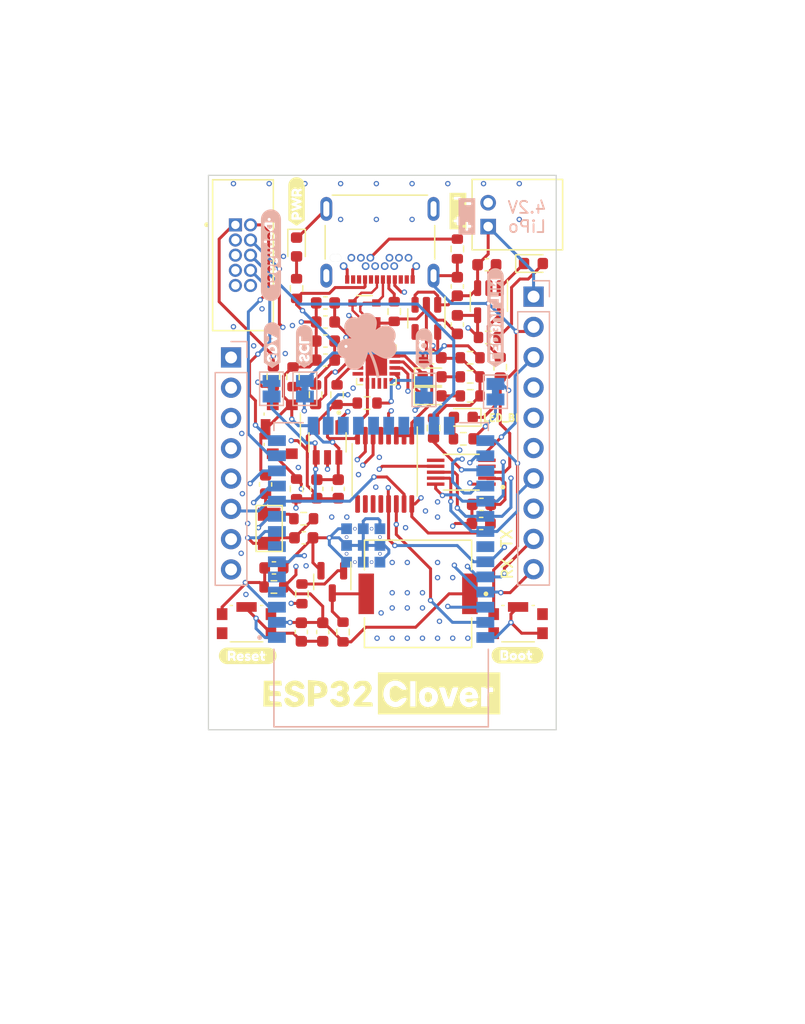
<source format=kicad_pcb>
(kicad_pcb (version 20211014) (generator pcbnew)
  (layers (0 "F.Cu" signal) (1 "In1.Cu" signal) (2 "In2.Cu" signal) (31 "B.Cu" signal) (34 "B.Paste" user) (35 "F.Paste" user) (36 "B.SilkS" user "B.Silkscreen") (37 "F.SilkS" user "F.Silkscreen") (38 "B.Mask" user) (39 "F.Mask" user) (44 "Edge.Cuts" user))
  (net 0 "")
  (net 1 "VBUS")
  (net 2 "GND")
  (net 3 "/VBAT")
  (net 4 "+3.3V")
  (net 5 "Net-(C9-Pad1)")
  (net 6 "Net-(C12-Pad1)")
  (net 7 "Net-(C13-Pad1)")
  (net 8 "Net-(D1-Pad1)")
  (net 9 "Net-(D1-Pad2)")
  (net 10 "/USB_D+")
  (net 11 "/USB_D-")
  (net 12 "Net-(D2-Pad4)")
  (net 13 "Net-(D3-Pad1)")
  (net 14 "Net-(D3-Pad2)")
  (net 15 "Net-(D4-Pad1)")
  (net 16 "Net-(D4-Pad2)")
  (net 17 "Net-(D5-Pad2)")
  (net 20 "Net-(J1-PadA5)")
  (net 27 "Net-(J1-PadB5)")
  (net 34 "/UART_RX")
  (net 35 "/UART_TX")
  (net 36 "/DEBUG_TMS")
  (net 37 "/DEBUG_TCK")
  (net 38 "/DEBUG_TDO")
  (net 40 "/DEBUG_TDI")
  (net 42 "Net-(JP1-Pad1)")
  (net 43 "GPIO21{slash}TCA9534_INT")
  (net 44 "I2C_SCL")
  (net 45 "Net-(JP2-Pad2)")
  (net 46 "I2C_SDA")
  (net 47 "Net-(JP3-Pad2)")
  (net 48 "TCA9534_P0")
  (net 49 "Net-(JP4-Pad2)")
  (net 50 "GPIO27{slash}PIEZO")
  (net 51 "Net-(LS1-Pad2)")
  (net 52 "Net-(Q1-Pad1)")
  (net 53 "Net-(R3-Pad2)")
  (net 54 "Net-(R6-Pad1)")
  (net 55 "Net-(R13-Pad1)")
  (net 56 "/GPI34{slash}BTN")
  (net 59 "/ESP32_BOOT")
  (net 65 "GPI36")
  (net 66 "GPI39")
  (net 67 "GPI35")
  (net 68 "UART_RX1")
  (net 76 "GPIO4{slash}ADC_CS")
  (net 77 "GPIO17")
  (net 78 "SPI_SCK")
  (net 79 "SPI_MOSI")
  (net 80 "SPI_MISO")
  (net 82 "UART_TX1")
  (net 83 "TCA9534_P1")
  (net 84 "TCA9534_P2")
  (net 85 "TCA9534_P3")
  (net 86 "TCA9534_P4")
  (net 87 "TCA9534_P5")
  (net 88 "TCA9534_P6")
  (net 89 "TCA9534_P7")
  (net 90 "ADC_IN4")
  (net 91 "ADC_IN3")
  (net 92 "ADC_IN2")
  (net 93 "ADC_IN1")
  (net 94 "DAC_VOUT")
  (net 103 "Net-(D6-Pad2)")
  (footprint "MCIPTG23K-V:MCIPTG23K-V" (layer "F.Cu") (at 110.9 69.9)
    (fp_text reference "SW2" hide)
    (fp_text value "BOOT" hide)
  )
  (footprint "Package_DFN_QFN:SiliconLabs_QFN-20-1EP_3x3mm_P0.5mm_EP1.8x1.8mm" (layer "F.Cu") (at 99 48.2 -90)
    (fp_text reference "U2" hide)
    (fp_text value "CP2102N-Axx-xQFN20" hide)
  )
  (footprint "Package_SO:TSSOP-16_4.4x5mm_P0.65mm" (layer "F.Cu") (at 99.7 57 -90)
    (fp_text reference "U5" hide)
    (fp_text value "TCA9534" hide)
  )
  (footprint "LED_SMD:LED_0603_1608Metric" (layer "F.Cu") (at 112.1875 39.7)
    (fp_text reference "D1" hide)
    (fp_text value "LED" hide)
  )
  (footprint "Capacitor_SMD:C_0603_1608Metric" (layer "F.Cu") (at 92.7 70.6 -90)
    (fp_text reference "C10" hide)
    (fp_text value "0.1uF" hide)
  )
  (footprint "ADC124S101CIMM:ADC124S101CIMM" (layer "F.Cu") (at 106.13 57.2 180)
    (fp_text reference "U6" hide)
    (fp_text value "ADC124S101CIMM" hide)
  )
  (footprint "32_768kHZ:ABS07AIG-32.768KHZ-T" (layer "F.Cu") (at 90 61.9442 -90)
    (fp_text reference "Y1" hide)
    (fp_text value "ABS07AIG-32.768KHZ-T" hide)
  )
  (footprint "Capacitor_SMD:C_0603_1608Metric" (layer "F.Cu") (at 94.725 47.8 180)
    (fp_text reference "C3" hide)
    (fp_text value "0.1uF" hide)
  )
  (footprint "Resistor_SMD:R_0603_1608Metric" (layer "F.Cu") (at 103.8 53.5 90)
    (fp_text reference "R13" hide)
    (fp_text value "10K" hide)
  )
  (footprint "Capacitor_SMD:C_0603_1608Metric" (layer "F.Cu") (at 94.725 44.6 180)
    (fp_text reference "C7" hide)
    (fp_text value "4.7uF" hide)
  )
  (footprint "MCIPTG23K-V:MCIPTG23K-V" (layer "F.Cu") (at 91.1 53.6 90)
    (fp_text reference "SW3" hide)
    (fp_text value "PROG_BTN" hide)
  )
  (footprint "kibuzzard-6379AA41" (layer "F.Cu") (at 88.2 72.6)
    (fp_text reference "kibuzzard-6379AA41" hide)
    (fp_text value "G***" hide)
  )
  (footprint "Resistor_SMD:R_0603_1608Metric" (layer "F.Cu") (at 106.875 47.6 180)
    (fp_text reference "R14" hide)
    (fp_text value "4.7K" hide)
  )
  (footprint "Resistor_SMD:R_0603_1608Metric" (layer "F.Cu") (at 109.4 48.4 90)
    (fp_text reference "R3" hide)
    (fp_text value "2.5K" hide)
  )
  (footprint "Resistor_SMD:R_0603_1608Metric" (layer "F.Cu") (at 90.35 49.175 90)
    (fp_text reference "R15" hide)
    (fp_text value "4.7K" hide)
  )
  (footprint "Resistor_SMD:R_0603_1608Metric" (layer "F.Cu") (at 92 49.2 90)
    (fp_text reference "R5" hide)
    (fp_text value "47.5K" hide)
  )
  (footprint "Resistor_SMD:R_0603_1608Metric" (layer "F.Cu") (at 93.9 50.7 -90)
    (fp_text reference "R4" hide)
    (fp_text value "22.1K" hide)
  )
  (footprint "Resistor_SMD:R_0603_1608Metric" (layer "F.Cu") (at 108.4 45.9)
    (fp_text reference "R2" hide)
    (fp_text value "470" hide)
  )
  (footprint "Capacitor_SMD:C_0603_1608Metric" (layer "F.Cu") (at 94.5 70.6 -90)
    (fp_text reference "C11" hide)
    (fp_text value "22uF" hide)
  )
  (footprint "Capacitor_SMD:C_0603_1608Metric" (layer "F.Cu") (at 105.8 41.625 90)
    (fp_text reference "C5" hide)
    (fp_text value "1uF" hide)
  )
  (footprint "Capacitor_SMD:C_0603_1608Metric" (layer "F.Cu") (at 105.8 44.825 -90)
    (fp_text reference "C1" hide)
    (fp_text value "4.7uF" hide)
  )
  (footprint "Package_TO_SOT_SMD:SOT-143" (layer "F.Cu") (at 98 43.95 180)
    (fp_text reference "D2" hide)
    (fp_text value "SP0503BAHT" hide)
  )
  (footprint "DAC5571IDBVR:SOT95P280X145-6N" (layer "F.Cu") (at 94.9 54.7 -90)
    (fp_text reference "U7" hide)
    (fp_text value "DAC5571IDBVR" hide)
  )
  (footprint "Resistor_SMD:R_0603_1608Metric" (layer "F.Cu") (at 95.7 50.7 -90)
    (fp_text reference "R6" hide)
    (fp_text value "1K" hide)
  )
  (footprint "Resistor_SMD:R_0603_1608Metric" (layer "F.Cu") (at 100.5 43.725 90)
    (fp_text reference "R1" hide)
    (fp_text value "5.1K" hide)
  )
  (footprint "MCIPTG23K-V:MCIPTG23K-V" (layer "F.Cu") (at 88.1 69.9)
    (fp_text reference "SW1" hide)
    (fp_text value "RESET" hide)
  )
  (footprint "Capacitor_SMD:C_0603_1608Metric" (layer "F.Cu") (at 89.7 58.225 90)
    (fp_text reference "C13" hide)
    (fp_text value "12pF" hide)
  )
  (footprint "Capacitor_SMD:C_0603_1608Metric" (layer "F.Cu") (at 95.8 58.6 90)
    (fp_text reference "C15" hide)
    (fp_text value "0.1uF" hide)
  )
  (footprint "S2B-PH-K-S_LF__SN:S2B-PH-K-S_LF__SN" (layer "F.Cu") (at 108.3875 35.6 90)
    (fp_text reference "J2" hide)
    (fp_text value "BATT_CONN" hide)
  )
  (footprint "LED_SMD:LED_0603_1608Metric" (layer "F.Cu") (at 103.675 50.8)
    (fp_text reference "D4" hide)
    (fp_text value "LED" hide)
  )
  (footprint "Package_TO_SOT_SMD:SOT-23-5" (layer "F.Cu") (at 103.2 44.3 -90)
    (fp_text reference "U3" hide)
    (fp_text value "NCP163ASN330T1G" hide)
  )
  (footprint "Resistor_SMD:R_0603_1608Metric" (layer "F.Cu") (at 92.3 58.6 -90)
    (fp_text reference "R19" hide)
    (fp_text value "10K" hide)
  )
  (footprint "kibuzzard-6379AB75" (layer "F.Cu") (at 105.85 35.3)
    (fp_text reference "kibuzzard-6379AB75" hide)
    (fp_text value "G***" hide)
  )
  (footprint "Resistor_SMD:R_0603_1608Metric" (layer "F.Cu") (at 90.4 66.825)
    (fp_text reference "R10" hide)
    (fp_text value "10K" hide)
  )
  (footprint "LOGO" (layer "F.Cu") (at 99.35 75.75)
    (fp_text reference "G***" hide)
    (fp_text value "LOGO" hide)
  )
  (footprint "Capacitor_SMD:C_0603_1608Metric" (layer "F.Cu") (at 94 58.6 90)
    (fp_text reference "C14" hide)
    (fp_text value "1uF" hide)
  )
  (footprint "kibuzzard-6379A8C6" (layer "F.Cu") (at 92.3 34.5 90)
    (fp_text reference "kibuzzard-6379A8C6" hide)
    (fp_text value "G***" hide)
  )
  (footprint "Capacitor_SMD:C_0603_1608Metric" (layer "F.Cu") (at 90.4 65.225)
    (fp_text reference "C9" hide)
    (fp_text value "1uF" hide)
  )
  (footprint "LED_SMD:LED_0603_1608Metric" (layer "F.Cu") (at 92.3 38.3125 -90)
    (fp_text reference "D6" hide)
    (fp_text value "LED" hide)
  )
  (footprint "Resistor_SMD:R_0603_1608Metric" (layer "F.Cu") (at 105.8 38.475 -90)
    (fp_text reference "R7" hide)
    (fp_text value "5.1K" hide)
  )
  (footprint "Capacitor_SMD:C_0603_1608Metric" (layer "F.Cu") (at 92.9 62.7)
    (fp_text reference "C12" hide)
    (fp_text value "12pF" hide)
  )
  (footprint "LED_SMD:LED_0603_1608Metric" (layer "F.Cu") (at 103.675 49.2)
    (fp_text reference "D3" hide)
    (fp_text value "LED" hide)
  )
  (footprint "Capacitor_SMD:C_0603_1608Metric" (layer "F.Cu") (at 94.725 46.2 180)
    (fp_text reference "C2" hide)
    (fp_text value "4.7uF" hide)
  )
  (footprint "Resistor_SMD:R_0603_1608Metric" (layer "F.Cu") (at 98.225 51.4 180)
    (fp_text reference "R11" hide)
    (fp_text value "4.7K" hide)
  )
  (footprint "Capacitor_SMD:C_0603_1608Metric" (layer "F.Cu") (at 103.675 47.6 180)
    (fp_text reference "C8" hide)
    (fp_text value "1uF" hide)
  )
  (footprint "USB4055-30-A:USB4055-30-A" (layer "F.Cu") (at 99.3 36.46779 180)
    (fp_text reference "J1" hide)
    (fp_text value "USB4055-30-A" hide)
    (fp_line (start 3.875 -2.425) (end 3.575 -2.425) (layer "Edge.Cuts") (width 0.01))
    (fp_line (start 3.575 -3.075) (end 3.875 -3.075) (layer "Edge.Cuts") (width 0.01))
    (fp_arc (start 3.25 -2.75) (mid 3.34519 -2.97981) (end 3.575 -3.075) (layer "Edge.Cuts") (width 0.01))
    (fp_arc (start 4.2 -2.75) (mid 4.10481 -2.52019) (end 3.875 -2.425) (layer "Edge.Cuts") (width 0.01))
    (fp_arc (start 3.875 -3.075) (mid 4.10481 -2.97981) (end 4.2 -2.75) (layer "Edge.Cuts") (width 0.01))
    (fp_arc (start 3.575 -2.425) (mid 3.34519 -2.52019) (end 3.25 -2.75) (layer "Edge.Cuts") (width 0.01))
  )
  (footprint "PKMCS0909E4000-R1:PKMCS0909E4000-R1" (layer "F.Cu") (at 102.5 67.4 180)
    (fp_text reference "LS1" hide)
    (fp_text value "PKMCS0909E4000-R1")
  )
  (footprint "Resistor_SMD:R_0603_1608Metric" (layer "F.Cu") (at 92.9 61.1)
    (fp_text reference "R12" hide)
    (fp_text value "10M" hide)
  )
  (footprint "Resistor_SMD:R_0603_1608Metric" (layer "F.Cu") (at 106.875 49.2 180)
    (fp_text reference "R8" hide)
    (fp_text value "1K" hide)
  )
  (footprint "Capacitor_SMD:C_0603_1608Metric" (layer "F.Cu") (at 107.825 59.9 180)
    (fp_text reference "C17" hide)
    (fp_text value "0.1uF" hide)
  )
  (footprint "Capacitor_SMD:C_0603_1608Metric" (layer "F.Cu") (at 94.725 43 180)
    (fp_text reference "C6" hide)
    (fp_text value "0.1uF" hide)
  )
  (footprint "Capacitor_SMD:C_0603_1608Metric" (layer "F.Cu") (at 108.275 39.8)
    (fp_text reference "C4" hide)
    (fp_text value "4.7uF" hide)
  )
  (footprint "jtag:3221-10-0100-00" (layer "F.Cu") (at 87.8 39 -90)
    (fp_text reference "J4" hide)
    (fp_text value "Conn_ARM_JTAG_SWD_10")
  )
  (footprint "Package_TO_SOT_SMD:SOT-23" (layer "F.Cu") (at 95.3 66.4 -90)
    (fp_text reference "Q1" hide)
    (fp_text value "BC847" hide)
  )
  (footprint "Resistor_SMD:R_0603_1608Metric" (layer "F.Cu") (at 106.875 50.8 180)
    (fp_text reference "R9" hide)
    (fp_text value "1K" hide)
  )
  (footprint "Resistor_SMD:R_0603_1608Metric" (layer "F.Cu") (at 106.3 54.4)
    (fp_text reference "R16" hide)
    (fp_text value "470" hide)
  )
  (footprint "kibuzzard-6379AA22" (layer "F.Cu") (at 110.85 72.55)
    (fp_text reference "kibuzzard-6379AA22" hide)
    (fp_text value "G***" hide)
  )
  (footprint "Resistor_SMD:R_0603_1608Metric" (layer "F.Cu") (at 92.3 41.8 -90)
    (fp_text reference "R20" hide)
    (fp_text value "470" hide)
  )
  (footprint "Resistor_SMD:R_0603_1608Metric" (layer "F.Cu") (at 96.2 70.6 -90)
    (fp_text reference "R18" hide)
    (fp_text value "1K" hide)
  )
  (footprint "Package_TO_SOT_SMD:SOT-23-5" (layer "F.Cu") (at 108.45 42.9 -90)
    (fp_text reference "U1" hide)
    (fp_text value "MCP73832-2-OT" hide)
  )
  (footprint "LED_SMD:LED_0603_1608Metric" (layer "F.Cu") (at 106.3 52.6 180)
    (fp_text reference "D5" hide)
    (fp_text value "LED" hide)
  )
  (footprint "Capacitor_SMD:C_0603_1608Metric" (layer "F.Cu") (at 107.8 61.5 180)
    (fp_text reference "C16" hide)
    (fp_text value "1uF" hide)
  )
  (footprint "Resistor_SMD:R_0603_1608Metric" (layer "F.Cu") (at 92.75 67.4 -90)
    (fp_text reference "R17" hide)
    (fp_text value "10K" hide)
  )
  (footprint "kibuzzard-6379A99C" (layer "B.Cu") (at 92.95 46.65 90)
    (fp_text reference "kibuzzard-6379A99C" hide)
    (fp_text value "G***" hide)
  )
  (footprint "Jumper:SolderJumper-2_P1.3mm_Bridged_Pad1.0x1.5mm" (layer "B.Cu") (at 93 50.2 90)
    (fp_text reference "JP2" hide)
    (fp_text value "SJ_B" hide)
  )
  (footprint "ESP32:ESP32-WROOM-32E__16MB" (layer "B.Cu") (at 99.4 65.8)
    (fp_text reference "U4" hide)
    (fp_text value "ESP32-WROOM-32E_(16MB)" hide)
  )
  (footprint "Jumper:SolderJumper-2_P1.3mm_Bridged_Pad1.0x1.5mm" (layer "B.Cu") (at 90.2 50.2 90)
    (fp_text reference "JP3" hide)
    (fp_text value "SJ_B" hide)
  )
  (footprint "Connector_PinHeader_2.54mm:PinHeader_1x08_P2.54mm_Vertical" (layer "B.Cu") (at 86.8 47.575 180)
    (fp_text reference "J3" hide)
    (fp_text value "Conn_01x08_Male" hide)
  )
  (footprint "Jumper:SolderJumper-2_P1.3mm_Bridged_Pad1.0x1.5mm" (layer "B.Cu") (at 109 50.45 -90)
    (fp_text reference "JP4" hide)
    (fp_text value "SJ_B" hide)
  )
  (footprint "LOGO" (layer "B.Cu") (at 98.2 46.55 180)
    (fp_text reference "G***" hide)
    (fp_text value "LOGO" hide)
  )
  (footprint "kibuzzard-6379A9B5" (layer "B.Cu") (at 103 46.85 90)
    (fp_text reference "kibuzzard-6379A9B5" hide)
    (fp_text value "G***" hide)
  )
  (footprint "Connector_PinHeader_2.54mm:PinHeader_1x10_P2.54mm_Vertical" (layer "B.Cu") (at 112.2 42.475 180)
    (fp_text reference "J5" hide)
    (fp_text value "Conn_01x10_Male" hide)
  )
  (footprint "Jumper:SolderJumper-2_P1.3mm_Bridged_Pad1.0x1.5mm" (layer "B.Cu") (at 103 50.3 -90)
    (fp_text reference "JP1" hide)
    (fp_text value "SJ_B" hide)
  )
  (footprint "kibuzzard-6379A92C" (layer "B.Cu") (at 109 44.25 90)
    (fp_text reference "kibuzzard-6379A92C" hide)
    (fp_text value "G***" hide)
  )
  (footprint "kibuzzard-6379ABD3" (layer "B.Cu") (at 90.15 39 -90)
    (fp_text reference "kibuzzard-6379ABD3" hide)
    (fp_text value "G***" hide)
  )
  (footprint "kibuzzard-6379A982" (layer "B.Cu") (at 90.25 46.55 90)
    (fp_text reference "kibuzzard-6379A982" hide)
    (fp_text value "G***" hide)
  )
  (footprint "kibuzzard-6379AB75" (layer "B.Cu") (at 106.6 35.75 180)
    (fp_text reference "kibuzzard-6379AB75" hide)
    (fp_text value "G***" hide)
  )
  (gr_line (start 84.9 32.3) (end 84.9 78.8) (layer "Edge.Cuts") (width 0.1))
  (gr_line (start 84.9 32.3) (end 114.1 32.3) (layer "Edge.Cuts") (width 0.1))
  (gr_line (start 114.1 32.3) (end 114.1 78.8) (layer "Edge.Cuts") (width 0.1))
  (gr_line (start 84.9 78.8) (end 114.1 78.8) (layer "Edge.Cuts") (width 0.1))
  (gr_text "4.2V\nLiPo" (at 111.65 35.8) (layer "B.SilkS") (effects (font (size 1 1)) (justify mirror)))
  (gr_text "TX" (at 109.95 62.75 90) (layer "F.SilkS") (effects (font (size 0.9 0.9))))
  (gr_text "RX" (at 110 65.3 90) (layer "F.SilkS") (effects (font (size 0.9 0.9))))
  (gr_text "LED_BI" (at 109.45 52.65) (layer "F.SilkS") (effects (font (size 0.6 0.6))))
  (segment (start 98.05 41.03779) (end 98.05 41.63779) (width 0.25) (layer "F.Cu") (net 1))
  (segment (start 95.53721 41.71279) (end 97.975 41.71279) (width 0.25) (layer "F.Cu") (net 1))
  (segment (start 105.8 44.05) (end 107.4875 44.05) (width 0.25) (layer "F.Cu") (net 1))
  (segment (start 107.5 44.0375) (end 107.5 45.825) (width 0.25) (layer "F.Cu") (net 1))
  (segment (start 96.45 47.4) (end 96.4 47.45) (width 0.25) (layer "F.Cu") (net 1))
  (segment (start 98.05 41.63779) (end 97.975 41.71279) (width 0.25) (layer "F.Cu") (net 1))
  (segment (start 93.9 49.875) (end 93.9 49.4) (width 0.25) (layer "F.Cu") (net 1))
  (segment (start 101.1 42.1) (end 101.35 42.1) (width 0.25) (layer "F.Cu") (net 1))
  (segment (start 106.7 45.1) (end 106.775 45.1) (width 0.25) (layer "F.Cu") (net 1))
  (segment (start 100.55 41.55) (end 101.1 42.1) (width 0.25) (layer "F.Cu") (net 1))
  (segment (start 92.3 43.15) (end 92.8 43.65) (width 0.25) (layer "F.Cu") (net 1))
  (segment (start 96.45 46.65) (end 96.45 47.4) (width 0.25) (layer "F.Cu") (net 1))
  (segment (start 95.5 46.2) (end 95.5 47.8) (width 0.25) (layer "F.Cu") (net 1))
  (segment (start 100.55 41.03779) (end 100.55 41.55) (width 0.25) (layer "F.Cu") (net 1))
  (segment (start 93.9 49.4) (end 95.5 47.8) (width 0.25) (layer "F.Cu") (net 1))
  (segment (start 107.4875 44.05) (end 107.5 44.0375) (width 0.25) (layer "F.Cu") (net 1))
  (segment (start 95.05 42.2) (end 92.725 42.2) (width 0.25) (layer "F.Cu") (net 1))
  (segment (start 96.4 47.45) (end 97.45 47.45) (width 0.25) (layer "F.Cu") (net 1))
  (segment (start 92.3 42.625) (end 92.3 43.15) (width 0.25) (layer "F.Cu") (net 1))
  (segment (start 95.5 47.8) (end 95.85 47.45) (width 0.25) (layer "F.Cu") (net 1))
  (segment (start 95.85 47.45) (end 96.4 47.45) (width 0.25) (layer "F.Cu") (net 1))
  (segment (start 95.53721 41.71279) (end 95.05 42.2) (width 0.25) (layer "F.Cu") (net 1))
  (segment (start 106.775 45.1) (end 107.575 45.9) (width 0.25) (layer "F.Cu") (net 1))
  (segment (start 92.725 42.2) (end 92.3 42.625) (width 0.25) (layer "F.Cu") (net 1))
  (segment (start 107.5 45.825) (end 107.575 45.9) (width 0.25) (layer "F.Cu") (net 1))
  (via (at 92.8 43.65) (size 0.45) (drill 0.25) (layers "F.Cu" "B.Cu") (net 1))
  (via (at 106.7 45.1) (size 0.45) (drill 0.25) (layers "F.Cu" "B.Cu") (net 1))
  (via (at 101.35 42.1) (size 0.45) (drill 0.25) (layers "F.Cu" "B.Cu") (net 1))
  (via (at 96.45 46.65) (size 0.45) (drill 0.25) (layers "F.Cu" "B.Cu") (net 1))
  (segment (start 95.8 46.65) (end 96.45 46.65) (width 0.25) (layer "B.Cu") (net 1))
  (segment (start 92.8 43.65) (end 95.8 46.65) (width 0.25) (layer "B.Cu") (net 1))
  (segment (start 107.025 61.5) (end 107.025 59.925) (width 0.25) (layer "F.Cu") (net 2))
  (segment (start 93.95 43) (end 93.95 47.8) (width 0.25) (layer "F.Cu") (net 2))
  (segment (start 92.3 37.525) (end 92.39279 37.525) (width 0.25) (layer "F.Cu") (net 2))
  (segment (start 95.85 55.955) (end 95.85 55.2) (width 0.25) (layer "F.Cu") (net 2))
  (segment (start 111.815 45.4) (end 112.2 45.015) (width 0.25) (layer "F.Cu") (net 2))
  (segment (start 107.025 59.925) (end 107.05 59.9) (width 0.25) (layer "F.Cu") (net 2))
  (segment (start 91.749998 51.550002) (end 89.7 53.6) (width 0.25) (layer "F.Cu") (net 2))
  (segment (start 88.1 68.650003) (end 88.899998 69.450002) (width 0.25) (layer "F.Cu") (net 2))
  (segment (start 91.2 50.850001) (end 91.900001 51.550002) (width 0.25) (layer "F.Cu") (net 2))
  (segment (start 90.149998 70.700001) (end 92.025001 70.700001) (width 0.25) (layer "F.Cu") (net 2))
  (segment (start 110.2 56.75) (end 109.75 57.2) (width 0.25) (layer "F.Cu") (net 2))
  (segment (start 108.45 41.7625) (end 108.45 43) (width 0.25) (layer "F.Cu") (net 2))
  (segment (start 101.975 53.052818) (end 103.65 51.377818) (width 0.25) (layer "F.Cu") (net 2))
  (segment (start 97.425 53.125) (end 98.25 52.3) (width 0.25) (layer "F.Cu") (net 2))
  (segment (start 110.75 48.6) (end 110.75 45.4) (width 0.25) (layer "F.Cu") (net 2))
  (segment (start 103.2 47.3) (end 102.9 47.6) (width 0.25) (layer "F.Cu") (net 2))
  (segment (start 93.675 62.7) (end 93.675 64.7875) (width 0.25) (layer "F.Cu") (net 2))
  (segment (start 89.3 57.05) (end 89.3 54) (width 0.25) (layer "F.Cu") (net 2))
  (segment (start 91.9 52.75) (end 91.900001 51.550002) (width 0.25) (layer "F.Cu") (net 2))
  (segment (start 105.632 61.5) (end 105.41 61.722) (width 0.25) (layer "F.Cu") (net 2))
  (segment (start 99.25 45.9) (end 99 45.65) (width 0.25) (layer "F.Cu") (net 2))
  (segment (start 91.175 65.2) (end 93.675 62.7) (width 0.25) (layer "F.Cu") (net 2))
  (segment (start 95.05 62.7) (end 93.675 62.7) (width 0.25) (layer "F.Cu") (net 2))
  (segment (start 108.45 41.7625) (end 108.45 40.4) (width 0.25) (layer "F.Cu") (net 2))
  (segment (start 102.05 40.21779) (end 102.35 39.91779) (width 0.25) (layer "F.Cu") (net 2))
  (segment (start 109.4 51.2) (end 109.4 49.225) (width 0.25) (layer "F.Cu") (net 2))
  (segment (start 91.900001 51.550002) (end 91.749998 51.550002) (width 0.25) (layer "F.Cu") (net 2))
  (segment (start 100.5 44.55) (end 100.7 44.35) (width 0.25) (layer "F.Cu") (net 2))
  (segment (start 108.45 43) (end 108.4 43.05) (width 0.25) (layer "F.Cu") (net 2))
  (segment (start 102.396751 44.35) (end 103.2 43.546751) (width 0.25) (layer "F.Cu") (net 2))
  (segment (start 96.55 41.03779) (end 96.55 40.21779) (width 0.25) (layer "F.Cu") (net 2))
  (segment (start 103.2 43.546751) (end 104.103249 44.45) (width 0.25) (layer "F.Cu") (net 2))
  (segment (start 92.7 71.375) (end 94.5 71.375) (width 0.25) (layer "F.Cu") (net 2))
  (segment (start 104.65 44.45) (end 105.8 45.6) (width 0.25) (layer "F.Cu") (net 2))
  (segment (start 95.85 55.2) (end 95.325 54.675) (width 0.25) (layer "F.Cu") (net 2))
  (segment (start 89.3 54) (end 89.7 53.6) (width 0.25) (layer "F.Cu") (net 2))
  (segment (start 111.200001 70.700001) (end 110.3 69.8) (width 0.25) (layer "F.Cu") (net 2))
  (segment (start 91.175 65.225) (end 91.175 65.2) (width 0.25) (layer "F.Cu") (net 2))
  (segment (start 100.675 54.1375) (end 101.975 54.1375) (width 0.25) (layer "F.Cu") (net 2))
  (segment (start 103.8 40.71779) (end 105.66779 40.71779) (width 0.25) (layer "F.Cu") (net 2))
  (segment (start 92 48.375) (end 93.375 48.375) (width 0.25) (layer "F.Cu") (net 2))
  (segment (start 104.103249 44.45) (end 104.65 44.45) (width 0.25) (layer "F.Cu") (net 2))
  (segment (start 98.25 52.3) (end 98.25 49.75) (width 0.25) (layer "F.Cu") (net 2))
  (segment (start 97.1875 54.375) (end 97.425 54.1375) (width 0.25) (layer "F.Cu") (net 2))
  (segment (start 108 52.6) (end 109.4 51.2) (width 0.25) (layer "F.Cu") (net 2))
  (segment (start 102.05 41.03779) (end 102.05 40.21779) (width 0.25) (layer "F.Cu") (net 2))
  (segment (start 103.2 43.1625) (end 103.2 47.3) (width 0.25) (layer "F.Cu") (net 2))
  (segment (start 110.125 49.225) (end 110.75 48.6) (width 0.25) (layer "F.Cu") (net 2))
  (segment (start 108.28 57.2) (end 109.75 57.2) (width 0.25) (layer "F.Cu") (net 2))
  (segment (start 109.4 49.225) (end 110.125 49.225) (width 0.25) (layer "F.Cu") (net 2))
  (segment (start 107.0875 52.6) (end 108 52.6) (width 0.25) (layer "F.Cu") (net 2))
  (segment (start 110.3 69.1) (end 110.9 68.5) (width 0.25) (layer "F.Cu") (net 2))
  (segment (start 99 48.2) (end 98.25 48.95) (width 0.25) (layer "F.Cu") (net 2))
  (segment (start 103.65 48.35) (end 102.9 47.6) (width 0.25) (layer "F.Cu") (net 2))
  (segment (start 95.8 57.825) (end 95.8 56.005) (width 0.25) (layer "F.Cu") (net 2))
  (segment (start 93.375 48.375) (end 93.95 47.8) (width 0.25) (layer "F.Cu") (net 2))
  (segment (start 88.899998 69.450002) (end 90.149998 70.700001) (width 0.25) (layer "F.Cu") (net 2))
  (segment (start 101.975 54.1375) (end 101.975 53.052818) (width 0.25) (layer "F.Cu") (net 2))
  (segment (start 99.25 47.95) (end 99 48.2) (width 0.25) (layer "F.Cu") (net 2))
  (segment (start 94.9 53.445) (end 94.9 54.25) (width 0.25) (layer "F.Cu") (net 2))
  (segment (start 103.2 43.1625) (end 103.2 43.546751) (width 0.25) (layer "F.Cu") (net 2))
  (segment (start 107.025 61.5) (end 105.632 61.5) (width 0.25) (layer "F.Cu") (net 2))
  (segment (start 97.425 54.1375) (end 97.425 53.125) (width 0.25) (layer "F.Cu") (net 2))
  (segment (start 109.4 51.2) (end 109.4 53.15) (width 0.25) (layer "F.Cu") (net 2))
  (segment (start 99 45.65) (end 99 44.7) (width 0.25) (layer "F.Cu") (net 2))
  (segment (start 110.3 69.8) (end 110.3 69.1) (width 0.25) (layer "F.Cu") (net 2))
  (segment (start 110.75 45.4) (end 111.815 45.4) (width 0.25) (layer "F.Cu") (net 2))
  (segment (start 93.675 64.7875) (end 94.35 65.4625) (width 0.25) (layer "F.Cu") (net 2))
  (segment (start 100.7 44.35) (end 102.3 44.35) (width 0.25) (layer "F.Cu") (net 2))
  (segment (start 94 57.825) (end 95.8 57.825) (width 0.25) (layer "F.Cu") (net 2))
  (segment (start 105.66779 40.71779) (end 105.8 40.85) (width 0.25) (layer "F.Cu") (net 2))
  (segment (start 92 48.375) (end 91.975 48.375) (width 0.25) (layer "F.Cu") (net 2))
  (segment (start 100.35 44.7) (end 100.5 44.55) (width 0.25) (layer "F.Cu") (net 2))
  (segment (start 91.2 49.15) (end 91.2 50.850001) (width 0.25) (layer "F.Cu") (net 2))
  (segment (start 92.39279 37.525) (end 94.8 35.11779) (width 0.25) (layer "F.Cu") (net 2))
  (segment (start 99.25 46.65) (end 99.25 47.95) (width 0.25) (layer "F.Cu") (net 2))
  (segment (start 88.1 68.5) (end 88.1 68.650003) (width 0.25) (layer "F.Cu") (net 2))
  (segment (start 94.9 54.25) (end 95.025 54.375) (width 0.25) (layer "F.Cu") (net 2))
  (segment (start 92.025001 70.700001) (end 92.7 71.375) (width 0.25) (layer "F.Cu") (net 2))
  (segment (start 102.3 44.35) (end 102.396751 44.35) (width 0.25) (layer "F.Cu") (net 2))
  (segment (start 103.65 51.377818) (end 103.65 48.35) (width 0.25) (layer "F.Cu") (net 2))
  (segment (start 99.25 46.65) (end 99.25 45.9) (width 0.25) (layer "F.Cu") (net 2))
  (segment (start 89.7 57.45) (end 89.3 57.05) (width 0.25) (layer "F.Cu") (net 2))
  (segment (start 110.2 53.95) (end 110.2 56.75) (width 0.25) (layer "F.Cu") (net 2))
  (segment (start 91.975 48.375) (end 91.2 49.15) (width 0.25) (layer "F.Cu") (net 2))
  (segment (start 108.45 40.4) (end 109.05 39.8) (width 0.25) (layer "F.Cu") (net 2))
  (segment (start 98.25 48.95) (end 98.25 49.75) (width 0.25) (layer "F.Cu") (net 2))
  (segment (start 95.8 56.005) (end 95.85 55.955) (width 0.25) (layer "F.Cu") (net 2))
  (segment (start 95.025 54.375) (end 97.1875 54.375) (width 0.25) (layer "F.Cu") (net 2))
  (segment (start 109.4 53.15) (end 110.2 53.95) (width 0.25) (layer "F.Cu") (net 2))
  (segment (start 105.8 40.85) (end 105.8 39.3) (width 0.25) (layer "F.Cu") (net 2))
  (segment (start 92.7 44.6) (end 93.95 44.6) (width 0.25) (layer "F.Cu") (net 2))
  (segment (start 112.949998 70.700001) (end 111.200001 70.700001) (width 0.25) (layer "F.Cu") (net 2))
  (segment (start 99 44.7) (end 100.35 44.7) (width 0.25) (layer "F.Cu") (net 2))
  (segment (start 95.325 54.675) (end 94.9 54.25) (width 0.25) (layer "F.Cu") (net 2))
  (segment (start 96.55 40.21779) (end 96.25 39.91779) (width 0.25) (layer "F.Cu") (net 2))
  (via (at 99 33) (size 0.45) (drill 0.25) (layers "F.Cu" "B.Cu") (net 2))
  (via (at 95.25 60.96) (size 0.45) (drill 0.25) (layers "F.Cu" "B.Cu") (net 2))
  (via (at 88.05 67.45) (size 0.45) (drill 0.25) (layers "F.Cu" "B.Cu") (net 2))
  (via (at 101.6 67.31) (size 0.45) (drill 0.25) (layers "F.Cu" "B.Cu") (net 2))
  (via (at 89.4 43.5) (size 0.45) (drill 0.25) (layers "F.Cu" "B.Cu") (net 2))
  (via (at 100.33 67.31) (size 0.45) (drill 0.25) (layers "F.Cu" "B.Cu") (net 2))
  (via (at 88.7 46.6) (size 0.45) (drill 0.25) (layers "F.Cu" "B.Cu") (net 2))
  (via (at 87.75 59) (size 0.45) (drill 0.25) (layers "F.Cu" "B.Cu") (net 2))
  (via (at 102.87 71.12) (size 0.45) (drill 0.25) (layers "F.Cu" "B.Cu") (net 2))
  (via (at 99.4 69) (size 0.45) (drill 0.25) (layers "F.Cu" "B.Cu") (net 2))
  (via (at 97.5 57.4) (size 0.45) (drill 0.25) (layers "F.Cu" "B.Cu") (net 2))
  (via (at 99.06 71.12) (size 0.45) (drill 0.25) (layers "F.Cu" "B.Cu") (net 2))
  (via (at 103.124 60.452) (size 0.45) (drill 0.25) (layers "F.Cu" "B.Cu") (net 2))
  (via (at 108 33) (size 0.45) (drill 0.25) (layers "F.Cu" "B.Cu") (net 2))
  (via (at 98.95 58.45) (size 0.45) (drill 0.25) (layers "F.Cu" "B.Cu") (net 2))
  (via (at 102.87 68.58) (size 0.45) (drill 0.25) (layers "F.Cu" "B.Cu") (net 2))
  (via (at 96 36) (size 0.45) (drill 0.25) (layers "F.Cu" "B.Cu") (net 2))
  (via (at 105.41 61.722) (size 0.45) (drill 0.25) (layers "F.Cu" "B.Cu") (net 2))
  (via (at 101.6 71.12) (size 0.45) (drill 0.25) (layers "F.Cu" "B.Cu") (net 2))
  (via (at 96.52 60.96) (size 0.45) (drill 0.25) (layers "F.Cu" "B.Cu") (net 2))
  (via (at 104.14 64.77) (size 0.45) (drill 0.25) (layers "F.Cu" "B.Cu") (net 2))
  (via (at 106.68 71.12) (size 0.45) (drill 0.25) (layers "F.Cu" "B.Cu") (net 2))
  (via (at 95.325 54.675) (size 0.45) (drill 0.25) (layers "F.Cu" "B.Cu") (net 2))
  (via (at 105.41 71.12) (size 0.45) (drill 0.25) (layers "F.Cu" "B.Cu") (net 2))
  (via (at 102 36) (size 0.45) (drill 0.25) (layers "F.Cu" "B.Cu") (net 2))
  (via (at 104.14 60.96) (size 0.45) (drill 0.25) (layers "F.Cu" "B.Cu") (net 2))
  (via (at 88.899998 69.450002) (size 0.45) (drill 0.25) (layers "F.Cu" "B.Cu") (net 2))
  (via (at 102 33) (size 0.45) (drill 0.25) (layers "F.Cu" "B.Cu") (net 2))
  (via (at 111 36) (size 0.45) (drill 0.25) (layers "F.Cu" "B.Cu") (net 2))
  (via (at 87 45) (size 0.45) (drill 0.25) (layers "F.Cu" "B.Cu") (net 2))
  (via (at 111 33) (size 0.45) (drill 0.25) (layers "F.Cu" "B.Cu") (net 2))
  (via (at 92.7 44.6) (size 0.45) (drill 0.25) (layers "F.Cu" "B.Cu") (net 2))
  (via (at 110.3 69.8) (size 0.45) (drill 0.25) (layers "F.Cu" "B.Cu") (net 2))
  (via (at 100.33 71.12) (size 0.45) (drill 0.25) (layers "F.Cu" "B.Cu") (net 2))
  (via (at 100.33 68.58) (size 0.45) (drill 0.25) (layers "F.Cu" "B.Cu") (net 2))
  (via (at 108.4 43.05) (size 0.45) (drill 0.25) (layers "F.Cu" "B.Cu") (net 2))
  (via (at 110.75 45.4) (size 0.45) (drill 0.25) (layers "F.Cu" "B.Cu") (net 2))
  (via (at 88.2 61.5) (size 0.45) (drill 0.25) (layers "F.Cu" "B.Cu") (net 2))
  (via (at 105 33) (size 0.45) (drill 0.25) (layers "F.Cu" "B.Cu") (net 2))
  (via (at 93 33) (size 0.45) (drill 0.25) (layers "F.Cu" "B.Cu") (net 2))
  (via (at 90 33) (size 0.45) (drill 0.25) (layers "F.Cu" "B.Cu") (net 2))
  (via (at 91.9 52.75) (size 0.45) (drill 0.25) (layers "F.Cu" "B.Cu") (net 2))
  (via (at 104.3 69.7) (size 0.45) (drill 0.25) (layers "F.Cu" "B.Cu") (net 2))
  (via (at 91.95 44.9) (size 0.45) (drill 0.25) (layers "F.Cu" "B.Cu") (net 2))
  (via (at 104.14 66.04) (size 0.45) (drill 0.25) (layers "F.Cu" "B.Cu") (net 2))
  (via (at 101.6 64.77) (size 0.45) (drill 0.25) (layers "F.Cu" "B.Cu") (net 2))
  (via (at 95.05 62.7) (size 0.45) (drill 0.25) (layers "F.Cu" "B.Cu") (net 2))
  (via (at 96 33) (size 0.45) (drill 0.25) (layers "F.Cu" "B.Cu") (net 2))
  (via (at 90 36) (size 0.45) (drill 0.25) (layers "F.Cu" "B.Cu") (net 2))
  (via (at 99.25 55.95) (size 0.45) (drill 0.25) (layers "F.Cu" "B.Cu") (net 2))
  (via (at 91.35 47.25) (size 0.45) (drill 0.25) (layers "F.Cu" "B.Cu") (net 2))
  (via (at 101.6 68.58) (size 0.45) (drill 0.25) (layers "F.Cu" "B.Cu") (net 2))
  (via (at 105.41 66.04) (size 0.45) (drill 0.25) (layers "F.Cu" "B.Cu") (net 2))
  (via (at 93.1 65.05) (size 0.45) (drill 0.25) (layers "F.Cu" "B.Cu") (net 2))
  (via (at 92.45 56.8) (size 0.45) (drill 0.25) (layers "F.Cu" "B.Cu") (net 2))
  (via (at 87.7 53.95) (size 0.45) (drill 0.25) (layers "F.Cu" "B.Cu") (net 2))
  (via (at 100.33 64.77) (size 0.45) (drill 0.25) (layers "F.Cu" "B.Cu") (net 2))
  (via (at 87 33) (size 0.45) (drill 0.25) (layers "F.Cu" "B.Cu") (net 2))
  (via (at 97.05 50.15) (size 0.45) (drill 0.25) (layers "F.Cu" "B.Cu") (net 2))
  (via (at 91.2 39.1) (size 0.45) (drill 0.25) (layers "F.Cu" "B.Cu") (net 2))
  (via (at 106 55.35) (size 0.45) (drill 0.25) (layers "F.Cu" "B.Cu") (net 2))
  (via (at 102.87 67.31) (size 0.45) (drill 0.25) (layers "F.Cu" "B.Cu") (net 2))
  (via (at 87.65 64) (size 0.45) (drill 0.25) (layers "F.Cu" "B.Cu") (net 2))
  (via (at 104.14 59.69) (size 0.45) (drill 0.25) (layers "F.Cu" "B.Cu") (net 2))
  (via (at 99 36) (size 0.45) (drill 0.25) (layers "F.Cu" "B.Cu") (net 2))
  (via (at 101.45 61.85) (size 0.45) (drill 0.25) (layers "F.Cu" "B.Cu") (net 2))
  (via (at 104.14 71.12) (size 0.45) (drill 0.25) (layers "F.Cu" "B.Cu") (net 2))
  (segment (start 93.685 53.3) (end 92.45 53.3) (width 0.25) (layer "B.Cu") (net 2))
  (segment (start 90.65 71.06) (end 89.65 71.06) (width 0.25) (layer "B.Cu") (net 2))
  (segment (start 99.15 61.1) (end 99.3 61.25) (width 0.25) (layer "B.Cu") (net 2))
  (segment (start 94.552818 54.675) (end 93.685 53.807182) (width 0.25) (layer "B.Cu") (net 2))
  (segment (start 100.05 63.99) (end 99.3 64.74) (width 0.25) (layer "B.Cu") (net 2))
  (segment (start 105.3 43.05) (end 103.8 41.55) (width 0.25) (layer "B.Cu") (net 2))
  (segment (start 100.05 63.7) (end 100.05 63.99) (width 0.25) (layer "B.Cu") (net 2))
  (segment (start 89.65 71.06) (end 88.9 70.31) (width 0.25) (layer "B.Cu") (net 2))
  (segment (start 95.325 54.675) (end 94.552818 54.675) (width 0.25) (layer "B.Cu") (net 2))
  (segment (start 97.9 61.94) (end 97.9 64.74) (width 0.25) (layer "B.Cu") (net 2))
  (segment (start 99.3 63.34) (end 99.69 63.34) (width 0.25) (layer "B.Cu") (net 2))
  (segment (start 92.45 53.3) (end 91.9 52.75) (width 0.25) (layer "B.Cu") (net 2))
  (segment (start 99.3 61.25) (end 99.3 61.94) (width 0.25) (layer "B.Cu") (net 2))
  (segment (start 96.5 63.34) (end 99.3 63.34) (width 0.25) (layer "B.Cu") (net 2))
  (segment (start 97.9 61.3) (end 98.1 61.1) (width 0.25) (layer "B.Cu") (net 2))
  (segment (start 95.81 61.94) (end 95.05 62.7) (width 0.25) (layer "B.Cu") (net 2))
  (segment (start 110.75 45.4) (end 108.4 43.05) (width 0.25) (layer "B.Cu") (net 2))
  (segment (start 95.86 62.7) (end 96.5 63.34) (width 0.25) (layer "B.Cu") (net 2))
  (segment (start 108.15 71.06) (end 109.04 71.06) (width 0.25) (layer "B.Cu") (net 2))
  (segment (start 103.8 41.55) (end 103.8 40.71779) (width 0.25) (layer "B.Cu") (net 2))
  (segment (start 88.9 70.31) (end 88.9 69.450004) (width 0.25) (layer "B.Cu") (net 2))
  (segment (start 98.1 61.1) (end 99.15 61.1) (width 0.25) (layer "B.Cu") (net 2))
  (segment (start 108.4 43.05) (end 105.3 43.05) (width 0.25) (layer "B.Cu") (net 2))
  (segment (start 96.5 61.94) (end 95.81 61.94) (width 0.25) (layer "B.Cu") (net 2))
  (segment (start 88.9 69.450004) (end 88.899998 69.450002) (width 0.25) (layer "B.Cu") (net 2))
  (segment (start 95.05 62.7) (end 95.86 62.7) (width 0.25) (layer "B.Cu") (net 2))
  (segment (start 96.5 64.74) (end 95.05 63.29) (width 0.25) (layer "B.Cu") (net 2))
  (segment (start 93.685 53.807182) (end 93.685 53.3) (width 0.25) (layer "B.Cu") (net 2))
  (segment (start 99.69 63.34) (end 100.05 63.7) (width 0.25) (layer "B.Cu") (net 2))
  (segment (start 95.05 63.29) (end 95.05 62.7) (width 0.25) (layer "B.Cu") (net 2))
  (segment (start 97.9 61.94) (end 97.9 61.3) (width 0.25) (layer "B.Cu") (net 2))
  (segment (start 109.04 71.06) (end 110.3 69.8) (width 0.25) (layer "B.Cu") (net 2))
  (segment (start 104.15 42.4) (end 104.15 43.1625) (width 0.25) (layer "F.Cu") (net 3))
  (segment (start 107.5 39.8) (end 108.3875 38.9125) (width 0.25) (layer "F.Cu") (net 3))
  (segment (start 105.0375 43.1625) (end 105.8 42.4) (width 0.25) (layer "F.Cu") (net 3))
  (segment (start 102.25 43.1625) (end 102.25 42.35) (width 0.25) (layer "F.Cu") (net 3))
  (segment (start 103.85 42.1) (end 104.15 42.4) (width 0.25) (layer "F.Cu") (net 3))
  (segment (start 102.5 42.1) (end 103.85 42.1) (width 0.25) (layer "F.Cu") (net 3))
  (segment (start 108.3875 38.9125) (end 108.3875 36.6) (width 0.25) (layer "F.Cu") (net 3))
  (segment (start 107.5 41.7625) (end 107.5 39.8) (width 0.25) (layer "F.Cu") (net 3))
  (segment (start 102.25 42.35) (end 102.5 42.1) (width 0.25) (layer "F.Cu") (net 3))
  (segment (start 105.8 42.4) (end 106.8625 42.4) (width 0.25) (layer "F.Cu") (net 3))
  (segment (start 104.15 43.1625) (end 105.0375 43.1625) (width 0.25) (layer "F.Cu") (net 3))
  (segment (start 106.8625 42.4) (end 107.5 41.7625) (width 0.25) (layer "F.Cu") (net 3))
  (segment (start 112.2 42.475) (end 112.2 40.4125) (width 0.25) (layer "B.Cu") (net 3))
  (segment (start 112.2 40.4125) (end 108.3875 36.6) (width 0.25) (layer "B.Cu") (net 3))
  (segment (start 92.25 59.475) (end 92.3 59.425) (width 0.25) (layer "F.Cu") (net 4))
  (segment (start 108.575 61.675) (end 107.95 62.3) (width 0.25) (layer "F.Cu") (net 4))
  (segment (start 94.6 69.825) (end 96.2 71.425) (width 0.25) (layer "F.Cu") (net 4))
  (segment (start 86.99 36.46) (end 87.165 36.46) (width 0.25) (layer "F.Cu") (net 4))
  (segment (start 94 59.375) (end 94 59.122182) (width 0.25) (layer "F.Cu") (net 4))
  (segment (start 107.95 62.3) (end 103.35 62.3) (width 0.25) (layer "F.Cu") (net 4))
  (segment (start 106.05 47.6) (end 106.1 47.6) (width 0.25) (layer "F.Cu") (net 4))
  (segment (start 94.475 69.8) (end 94.5 69.825) (width 0.25) (layer "F.Cu") (net 4))
  (segment (start 93.2 55.95) (end 93.2 54.195) (width 0.25) (layer "F.Cu") (net 4))
  (segment (start 93.95 53.445) (end 93.95 53.064164) (width 0.25) (layer "F.Cu") (net 4))
  (segment (start 107.7 49.2) (end 107.7 50.8) (width 0.25) (layer "F.Cu") (net 4))
  (segment (start 103.35 62.3) (end 101.975 60.925) (width 0.25) (layer "F.Cu") (net 4))
  (segment (start 90.35 48.35) (end 90.35 47.45) (width 0.25) (layer "F.Cu") (net 4))
  (segment (start 93.2 58.322182) (end 93.2 55.95) (width 0.25) (layer "F.Cu") (net 4))
  (segment (start 96.525 45.625) (end 96.525 45.825) (width 0.25) (layer "F.Cu") (net 4))
  (segment (start 96.875 71.425) (end 98.1 70.2) (width 0.25) (layer "F.Cu") (net 4))
  (segment (start 93.2 54.195) (end 93.95 53.445) (width 0.25) (layer "F.Cu") (net 4))
  (segment (start 92.25 60.2005) (end 92.25 59.475) (width 0.25) (layer "F.Cu") (net 4))
  (segment (start 104.875 51.6) (end 103.8 52.675) (width 0.25) (layer "F.Cu") (net 4))
  (segment (start 106 47.65) (end 106.05 47.6) (width 0.25) (layer "F.Cu") (net 4))
  (segment (start 94 59.122182) (end 93.2 58.322182) (width 0.25) (layer "F.Cu") (net 4))
  (segment (start 92.389803 54.55) (end 91.85 54.55) (width 0.25) (layer "F.Cu") (net 4))
  (segment (start 103.7495 46.8995) (end 104.45 47.6) (width 0.25) (layer "F.Cu") (net 4))
  (segment (start 108.315 57.735) (end 109.435 57.735) (width 0.25) (layer "F.Cu") (net 4))
  (segment (start 103.7495 46.6) (end 103.7495 46.8995) (width 0.25) (layer "F.Cu") (net 4))
  (segment (start 104.15 47.65) (end 106 47.65) (width 0.25) (layer "F.Cu") (net 4))
  (segment (start 104.15 45.4375) (end 104.15 47.65) (width 0.25) (layer "F.Cu") (net 4))
  (segment (start 102.2375 59.8625) (end 102.75 59.35) (width 0.25) (layer "F.Cu") (net 4))
  (segment (start 106.1 47.6) (end 107.7 49.2) (width 0.25) (layer "F.Cu") (net 4))
  (segment (start 101.975 60.925) (end 101.975 59.8625) (width 0.25) (layer "F.Cu") (net 4))
  (segment (start 92.3 59.425) (end 95.75 59.425) (width 0.25) (layer "F.Cu") (net 4))
  (segment (start 95.7 51.525) (end 97.275 51.525) (width 0.25) (layer "F.Cu") (net 4))
  (segment (start 91.525 66.825) (end 92.1 67.4) (width 0.25) (layer "F.Cu") (net 4))
  (segment (start 96.2 71.425) (end 96.875 71.425) (width 0.25) (layer "F.Cu") (net 4))
  (segment (start 96.525 45.825) (end 96.45 45.9) (width 0.25) (layer "F.Cu") (net 4))
  (segment (start 109.8 59.5) (end 109.4 59.9) (width 0.25) (layer "F.Cu") (net 4))
  (segment (start 109.4 59.9) (end 108.6 59.9) (width 0.25) (layer "F.Cu") (net 4))
  (segment (start 108.6 59.9) (end 108.6 61.475) (width 0.25) (layer "F.Cu") (net 4))
  (segment (start 93.95 53.064164) (end 95.489164 51.525) (width 0.25) (layer "F.Cu") (net 4))
  (segment (start 92.25 65.8) (end 92.25 65.1) (width 0.25) (layer "F.Cu") (net 4))
  (segment (start 94.5 69.825) (end 94.6 69.825) (width 0.25) (layer "F.Cu") (net 4))
  (segment (start 85.8 42.9) (end 85.8 37.65) (width 0.25) (layer "F.Cu") (net 4))
  (segment (start 92.1 67.4) (end 93.45 67.4) (width 0.25) (layer "F.Cu") (net 4))
  (segment (start 90.35 47.45) (end 85.8 42.9) (width 0.25) (layer "F.Cu") (net 4))
  (segment (start 108.6 61.475) (end 108.575 61.5) (width 0.25) (layer "F.Cu") (net 4))
  (segment (start 96.525 45.625) (end 97.75 46.85) (width 0.25) (layer "F.Cu") (net 4))
  (segment (start 85.8 37.65) (end 86.99 36.46) (width 0.25) (layer "F.Cu") (net 4))
  (segment (start 106.9 51.6) (end 104.875 51.6) (width 0.25) (layer "F.Cu") (net 4))
  (segment (start 93.2 55.360197) (end 92.389803 54.55) (width 0.25) (layer "F.Cu") (net 4))
  (segment (start 91.225 66.825) (end 92.25 65.8) (width 0.25) (layer "F.Cu") (net 4))
  (segment (start 107.7 50.8) (end 106.9 51.6) (width 0.25) (layer "F.Cu") (net 4))
  (segment (start 94.5 68.45) (end 94.5 69.825) (width 0.25) (layer "F.Cu") (net 4))
  (segment (start 109.8 58.1) (end 109.8 59.5) (width 0.25) (layer "F.Cu") (net 4))
  (segment (start 95.5 44.6) (end 95.5 43) (width 0.25) (layer "F.Cu") (net 4))
  (segment (start 91.225 66.825) (end 91.525 66.825) (width 0.25) (layer "F.Cu") (net 4))
  (segment (start 91.75 69.8) (end 94.475 69.8) (width 0.25) (layer "F.Cu") (net 4))
  (segment (start 95.5 44.6) (end 96.525 45.625) (width 0.25) (layer "F.Cu") (net 4))
  (segment (start 98.1 70.2) (end 102.3 70.2) (width 0.25) (layer "F.Cu") (net 4))
  (segment (start 101.975 59.8625) (end 102.2375 59.8625) (width 0.25) (layer "F.Cu") (net 4))
  (segment (start 93.2 55.95) (end 93.2 55.360197) (width 0.25) (layer "F.Cu") (net 4))
  (segment (start 109.435 57.735) (end 109.8 58.1) (width 0.25) (layer "F.Cu") (net 4))
  (segment (start 108.28 57.7) (end 108.315 57.735) (width 0.25) (layer "F.Cu") (net 4))
  (segment (start 95.489164 51.525) (end 95.7 51.525) (width 0.25) (layer "F.Cu") (net 4))
  (segment (start 95.75 59.425) (end 95.8 59.375) (width 0.25) (layer "F.Cu") (net 4))
  (segment (start 97.75 46.85) (end 97.75 46.95) (width 0.25) (layer "F.Cu") (net 4))
  (segment (start 108.575 61.5) (end 108.575 61.675) (width 0.25) (layer "F.Cu") (net 4))
  (segment (start 97.275 51.525) (end 97.4 51.4) (width 0.25) (layer "F.Cu") (net 4))
  (segment (start 102.3 70.2) (end 105.1 67.4) (width 0.25) (layer "F.Cu") (net 4))
  (segment (start 105.1 67.4) (end 106.85 67.4) (width 0.25) (layer "F.Cu") (net 4))
  (segment (start 93.45 67.4) (end 94.5 68.45) (width 0.25) (layer "F.Cu") (net 4))
  (via (at 90.35 47.45) (size 0.45) (drill 0.25) (layers "F.Cu" "B.Cu") (net 4))
  (via (at 91.85 54.55) (size 0.45) (drill 0.25) (layers "F.Cu" "B.Cu") (net 4))
  (via (at 92.25 65.1) (size 0.45) (drill 0.25) (layers "F.Cu" "B.Cu") (net 4))
  (via (at 92.25 60.2005) (size 0.45) (drill 0.25) (layers "F.Cu" "B.Cu") (net 4))
  (via (at 96.45 45.9) (size 0.45) (drill 0.25) (layers "F.Cu" "B.Cu") (net 4))
  (via (at 103.7495 46.6) (size 0.45) (drill 0.25) (layers "F.Cu" "B.Cu") (net 4))
  (via (at 91.75 69.8) (size 0.45) (drill 0.25) (layers "F.Cu" "B.Cu") (net 4))
  (via (at 102.75 59.35) (size 0.45) (drill 0.25) (layers "F.Cu" "B.Cu") (net 4))
  (segment (start 90.65 69.79) (end 91.74 69.79) (width 0.25) (layer "B.Cu") (net 4))
  (segment (start 91.74 69.79) (end 91.75 69.8) (width 0.25) (layer "B.Cu") (net 4))
  (segment (start 86.050002 68.499998) (end 88 66.55) (width 0.25) (layer "F.Cu") (net 5))
  (segment (start 88 66.55) (end 88 66.45) (width 0.25) (layer "F.Cu") (net 5))
  (segment (start 89.625 65.225) (end 89.625 66.775) (width 0.25) (layer "F.Cu") (net 5))
  (segment (start 89.625 66.775) (end 89.575 66.825) (width 0.25) (layer "F.Cu") (net 5))
  (segment (start 89.2 66.45) (end 89.575 66.825) (width 0.25) (layer "F.Cu") (net 5))
  (segment (start 86.050002 69.099999) (end 86.050002 68.499998) (width 0.25) (layer "F.Cu") (net 5))
  (segment (start 88 66.45) (end 89.2 66.45) (width 0.25) (layer "F.Cu") (net 5))
  (via (at 88 66.45) (size 0.45) (drill 0.25) (layers "F.Cu" "B.Cu") (net 5))
  (segment (start 90.65 68.52) (end 90.02 68.52) (width 0.25) (layer "B.Cu") (net 5))
  (segment (start 88 66.5) (end 88 66.45) (width 0.25) (layer "B.Cu") (net 5))
  (segment (start 90.02 68.52) (end 88 66.5) (width 0.25) (layer "B.Cu") (net 5))
  (segment (start 90 63.1634) (end 88.6634 63.1634) (width 0.25) (layer "F.Cu") (net 6))
  (segment (start 92.125 62.7) (end 90.4634 62.7) (width 0.25) (layer "F.Cu") (net 6))
  (segment (start 88.6634 63.1634) (end 88.2 62.7) (width 0.25) (layer "F.Cu") (net 6))
  (segment (start 90.4634 62.7) (end 90 63.1634) (width 0.25) (layer "F.Cu") (net 6))
  (segment (start 92.125 62.7) (end 93.725 61.1) (width 0.25) (layer "F.Cu") (net 6))
  (via (at 88.2 62.7) (size 0.45) (drill 0.25) (layers "F.Cu" "B.Cu") (net 6))
  (segment (start 89.65 62.17) (end 90.65 62.17) (width 0.25) (layer "B.Cu") (net 6))
  (segment (start 89.12 62.7) (end 89.65 62.17) (width 0.25) (layer "B.Cu") (net 6))
  (segment (start 88.2 62.7) (end 89.12 62.7) (width 0.25) (layer "B.Cu") (net 6))
  (segment (start 89.7 60.425) (end 90 60.725) (width 0.25) (layer "F.Cu") (net 7))
  (segment (start 91.7 60.725) (end 92.075 61.1) (width 0.25) (layer "F.Cu") (net 7))
  (segment (start 90 60.725) (end 90 60.95) (width 0.25) (layer "F.Cu") (net 7))
  (segment (start 90 60.725) (end 91.7 60.725) (width 0.25) (layer "F.Cu") (net 7))
  (segment (start 90 60.95) (end 89.1 61.85) (width 0.25) (layer "F.Cu") (net 7))
  (segment (start 89.7 59) (end 89.7 60.425) (width 0.25) (layer "F.Cu") (net 7))
  (via (at 89.1 61.85) (size 0.45) (drill 0.25) (layers "F.Cu" "B.Cu") (net 7))
  (segment (start 89.1 61.85) (end 90.05 60.9) (width 0.25) (layer "B.Cu") (net 7))
  (segment (start 90.05 60.9) (end 90.65 60.9) (width 0.25) (layer "B.Cu") (net 7))
  (segment (start 109.4 41.7) (end 111.4 39.7) (width 0.25) (layer "F.Cu") (net 8))
  (segment (start 109.4 41.7625) (end 109.4 41.7) (width 0.25) (layer "F.Cu") (net 8))
  (segment (start 111.75 41) (end 111.05 41) (width 0.25) (layer "F.Cu") (net 9))
  (segment (start 110.35 41.7) (end 110.35 44.775) (width 0.25) (layer "F.Cu") (net 9))
  (segment (start 111.05 41) (end 110.35 41.7) (width 0.25) (layer "F.Cu") (net 9))
  (segment (start 110.35 44.775) (end 109.225 45.9) (width 0.25) (layer "F.Cu") (net 9))
  (segment (start 112.975 39.7) (end 112.975 39.775) (width 0.25) (layer "F.Cu") (net 9))
  (segment (start 112.975 39.775) (end 111.75 41) (width 0.25) (layer "F.Cu") (net 9))
  (segment (start 97.65 43.3) (end 97.65 43.708734) (width 0.2) (layer "F.Cu") (net 10))
  (segment (start 98.75 46.05) (end 98.75 46.65) (width 0.2) (layer "F.Cu") (net 10))
  (segment (start 98.15 44.2) (end 98.15 45.45) (width 0.2) (layer "F.Cu") (net 10))
  (segment (start 99 43) (end 97.95 43) (width 0.2) (layer "F.Cu") (net 10))
  (segment (start 98.141266 44.2) (end 98.15 44.2) (width 0.2) (layer "F.Cu") (net 10))
  (segment (start 98.15 45.45) (end 98.75 46.05) (width 0.2) (layer "F.Cu") (net 10))
  (segment (start 99.55 42.45) (end 99 43) (width 0.2) (layer "F.Cu") (net 10))
  (segment (start 97.95 43) (end 97.65 43.3) (width 0.2) (layer "F.Cu") (net 10))
  (segment (start 97.65 43.708734) (end 98.141266 44.2) (width 0.2) (layer "F.Cu") (net 10))
  (segment (start 99.55 41.03779) (end 99.55 42.45) (width 0.2) (layer "F.Cu") (net 10))
  (segment (start 98.6 42.15) (end 97.75 42.15) (width 0.2) (layer "F.Cu") (net 11))
  (segment (start 97.75 42.15) (end 97 42.9) (width 0.2) (layer "F.Cu") (net 11))
  (segment (start 99.05 41.7) (end 98.6 42.15) (width 0.2) (layer "F.Cu") (net 11))
  (segment (start 97 42.9) (end 97 43) (width 0.2) (layer "F.Cu") (net 11))
  (segment (start 99.05 41.03779) (end 99.05 41.7) (width 0.2) (layer "F.Cu") (net 11))
  (segment (start 98.25 46.65) (end 98.25 46.2) (width 0.2) (layer "F.Cu") (net 11))
  (segment (start 98.25 46.2) (end 97.73721 45.68721) (width 0.2) (layer "F.Cu") (net 11))
  (segment (start 97.73721 45.68721) (end 97.73721 44.36163) (width 0.2) (layer "F.Cu") (net 11))
  (segment (start 97.73721 44.36163) (end 97 43.62442) (width 0.2) (layer "F.Cu") (net 11))
  (segment (start 97 43.62442) (end 97 43) (width 0.2) (layer "F.Cu") (net 11))
  (segment (start 95.752817 48.8) (end 96.602817 47.95) (width 0.25) (layer "F.Cu") (net 12))
  (segment (start 92 50.025) (end 92.4 50.025) (width 0.25) (layer "F.Cu") (net 12))
  (segment (start 94.75 49.3) (end 95.25 48.8) (width 0.25) (layer "F.Cu") (net 12))
  (segment (start 95.25 48.8) (end 95.55 48.8) (width 0.25) (layer "F.Cu") (net 12))
  (segment (start 94.75 50.675) (end 94.75 49.3) (width 0.25) (layer "F.Cu") (net 12))
  (segment (start 95.55 48.8) (end 95.752817 48.8) (width 0.25) (layer "F.Cu") (net 12))
  (segment (start 92.4 50.025) (end 93.9 51.525) (width 0.25) (layer "F.Cu") (net 12))
  (segment (start 97 44.366176) (end 96.691912 44.058088) (width 0.25) (layer "F.Cu") (net 12))
  (segment (start 96.602817 47.95) (end 97.45 47.95) (width 0.25) (layer "F.Cu") (net 12))
  (segment (start 97 44.9) (end 97 44.366176) (width 0.25) (layer "F.Cu") (net 12))
  (segment (start 93.9 51.525) (end 94.75 50.675) (width 0.25) (layer "F.Cu") (net 12))
  (via (at 96.691912 44.058088) (size 0.45) (drill 0.25) (layers "F.Cu" "B.Cu") (net 12))
  (via (at 95.55 48.8) (size 0.45) (drill 0.25) (layers "F.Cu" "B.Cu") (net 12))
  (segment (start 101.4 47.45) (end 102.8875 48.9375) (width 0.25) (layer "F.Cu") (net 13))
  (segment (start 102.8875 48.9375) (end 102.8875 49.2) (width 0.25) (layer "F.Cu") (net 13))
  (segment (start 100.55 47.45) (end 101.4 47.45) (width 0.25) (layer "F.Cu") (net 13))
  (segment (start 104.4625 49.2) (end 106.05 49.2) (width 0.25) (layer "F.Cu") (net 14))
  (segment (start 100.55 47.95) (end 101.263604 47.95) (width 0.25) (layer "F.Cu") (net 15))
  (segment (start 102.1 50.0125) (end 102.8875 50.8) (width 0.25) (layer "F.Cu") (net 15))
  (segment (start 101.263604 47.95) (end 102.1 48.786396) (width 0.25) (layer "F.Cu") (net 15))
  (segment (start 102.1 48.786396) (end 102.1 50.0125) (width 0.25) (layer "F.Cu") (net 15))
  (segment (start 104.4625 50.8) (end 106.05 50.8) (width 0.25) (layer "F.Cu") (net 16))
  (segment (start 105.5125 52.6) (end 105.5125 54.3625) (width 0.25) (layer "F.Cu") (net 17))
  (segment (start 105.5125 54.3625) (end 105.475 54.4) (width 0.25) (layer "F.Cu") (net 17))
  (segment (start 100.5 42.25) (end 100.5 42.9) (width 0.25) (layer "F.Cu") (net 20))
  (segment (start 100.05 41.03779) (end 100.05 41.8) (width 0.25) (layer "F.Cu") (net 20))
  (segment (start 100.05 41.8) (end 100.5 42.25) (width 0.25) (layer "F.Cu") (net 20))
  (segment (start 100.06779 37.65) (end 105.8 37.65) (width 0.25) (layer "F.Cu") (net 27))
  (segment (start 98.5 39.21779) (end 100.06779 37.65) (width 0.25) (layer "F.Cu") (net 27))
  (segment (start 100.85 49.25) (end 100.85 50.05) (width 0.25) (layer "F.Cu") (net 34))
  (segment (start 100.55 48.95) (end 100.85 49.25) (width 0.25) (layer "F.Cu") (net 34))
  (segment (start 109.45 67.3) (end 110.235 67.3) (width 0.25) (layer "F.Cu") (net 34))
  (segment (start 110.235 67.3) (end 112.2 65.335) (width 0.25) (layer "F.Cu") (net 34))
  (via (at 100.85 50.05) (size 0.45) (drill 0.25) (layers "F.Cu" "B.Cu") (net 34))
  (via (at 109.45 67.3) (size 0.45) (drill 0.25) (layers "F.Cu" "B.Cu") (net 34))
  (via (at 105.55 65) (size 0.45) (drill 0.25) (layers "F.Cu" "B.Cu") (net 34))
  (segment (start 107.7 67.25) (end 108.15 67.25) (width 0.25) (layer "B.Cu") (net 34))
  (segment (start 108.15 67.25) (end 109.4 67.25) (width 0.25) (layer "B.Cu") (net 34))
  (segment (start 105.55 65.1) (end 107.7 67.25) (width 0.25) (layer "B.Cu") (net 34))
  (segment (start 105.55 65) (end 105.55 65.1) (width 0.25) (layer "B.Cu") (net 34))
  (segment (start 109.4 67.25) (end 109.45 67.3) (width 0.25) (layer "B.Cu") (net 34))
  (segment (start 100.575 48.475) (end 101.152208 48.475) (width 0.25) (layer "F.Cu") (net 35))
  (segment (start 109.75 65.245) (end 112.2 62.795) (width 0.25) (layer "F.Cu") (net 35))
  (segment (start 101.65 48.972792) (end 101.65 50.4) (width 0.25) (layer "F.Cu") (net 35))
  (segment (start 101.152208 48.475) (end 101.65 48.972792) (width 0.25) (layer "F.Cu") (net 35))
  (segment (start 109.75 65.7) (end 109.75 65.245) (width 0.25) (layer "F.Cu") (net 35))
  (segment (start 100.55 48.45) (end 100.575 48.475) (width 0.25) (layer "F.Cu") (net 35))
  (via (at 101.65 50.4) (size 0.45) (drill 0.25) (layers "F.Cu" "B.Cu") (net 35))
  (via (at 106.65 65.1) (size 0.45) (drill 0.25) (layers "F.Cu" "B.Cu") (net 35))
  (via (at 109.75 65.7) (size 0.45) (drill 0.25) (layers "F.Cu" "B.Cu") (net 35))
  (segment (start 109.47 65.98) (end 109.75 65.7) (width 0.25) (layer "B.Cu") (net 35))
  (segment (start 108.15 65.98) (end 107.53 65.98) (width 0.25) (layer "B.Cu") (net 35))
  (segment (start 107.53 65.98) (end 106.65 65.1) (width 0.25) (layer "B.Cu") (net 35))
  (segment (start 108.15 65.98) (end 109.47 65.98) (width 0.25) (layer "B.Cu") (net 35))
  (segment (start 89.95 37.05) (end 89.95 42.05) (width 0.25) (layer "F.Cu") (net 36))
  (segment (start 89.95 42.05) (end 89.25 42.75) (width 0.25) (layer "F.Cu") (net 36))
  (segment (start 89.36 36.46) (end 89.95 37.05) (width 0.25) (layer "F.Cu") (net 36))
  (segment (start 88.435 36.46) (end 89.36 36.46) (width 0.25) (layer "F.Cu") (net 36))
  (via (at 89.25 42.75) (size 0.45) (drill 0.25) (layers "F.Cu" "B.Cu") (net 36))
  (segment (start 88.25 43.75) (end 89.25 42.75) (width 0.25) (layer "B.Cu") (net 36))
  (segment (start 90.07 55.82) (end 88.25 54) (width 0.25) (layer "B.Cu") (net 36))
  (segment (start 90.65 55.82) (end 90.07 55.82) (width 0.25) (layer "B.Cu") (net 36))
  (segment (start 88.25 54) (end 88.25 43.75) (width 0.25) (layer "B.Cu") (net 36))
  (segment (start 90.855 40.15) (end 90.855 44.755) (width 0.25) (layer "F.Cu") (net 37))
  (segment (start 90.855 44.755) (end 91.15 45.05) (width 0.25) (layer "F.Cu") (net 37))
  (via (at 91.15 45.05) (size 0.45) (drill 0.25) (layers "F.Cu" "B.Cu") (net 37))
  (via (at 96.6 50.7) (size 0.45) (drill 0.25) (layers "F.Cu" "B.Cu") (net 37))
  (via (at 90.855 40.15) (size 0.45) (drill 0.25) (layers "F.Cu" "B.Cu") (net 37))
  (segment (start 96.6 50.7) (end 95.8 50.7) (width 0.25) (layer "B.Cu") (net 37))
  (segment (start 95.8 50.7) (end 94.955 51.545) (width 0.25) (layer "B.Cu") (net 37))
  (segment (start 94.955 51.545) (end 94.955 53.3) (width 0.25) (layer "B.Cu") (net 37))
  (segment (start 88.435 37.73) (end 90.855 40.15) (width 0.25) (layer "B.Cu") (net 37))
  (segment (start 105.5 50.6) (end 105.5 46.15) (width 0.25) (layer "B.Cu") (net 38))
  (segment (start 92.535 43.1) (end 88.435 39) (width 0.25) (layer "B.Cu") (net 38))
  (segment (start 103.845 53.3) (end 103.845 52.255) (width 0.25) (layer "B.Cu") (net 38))
  (segment (start 105.5 46.15) (end 102.45 43.1) (width 0.25) (layer "B.Cu") (net 38))
  (segment (start 102.45 43.1) (end 92.535 43.1) (width 0.25) (layer "B.Cu") (net 38))
  (segment (start 103.845 52.255) (end 105.5 50.6) (width 0.25) (layer "B.Cu") (net 38))
  (segment (start 88.8495 53.25) (end 88.8495 51.1995) (width 0.25) (layer "F.Cu") (net 40))
  (segment (start 88.35 48) (end 89.05 47.3) (width 0.25) (layer "F.Cu") (net 40))
  (segment (start 88.8495 51.1995) (end 88.35 50.7) (width 0.25) (layer "F.Cu") (net 40))
  (segment (start 88.35 50.7) (end 88.35 48) (width 0.25) (layer "F.Cu") (net 40))
  (via (at 89.05 47.3) (size 0.45) (drill 0.25) (layers "F.Cu" "B.Cu") (net 40))
  (via (at 88.8495 53.25) (size 0.45) (drill 0.25) (layers "F.Cu" "B.Cu") (net 40))
  (segment (start 90.05 41.885) (end 88.435 40.27) (width 0.25) (layer "B.Cu") (net 40))
  (segment (start 89.05 47.3) (end 90.05 46.3) (width 0.25) (layer "B.Cu") (net 40))
  (segment (start 90.05 46.3) (end 90.05 41.885) (width 0.25) (layer "B.Cu") (net 40))
  (segment (start 90.1495 54.55) (end 88.8495 53.25) (width 0.25) (layer "B.Cu") (net 40))
  (segment (start 90.65 54.55) (end 90.1495 54.55) (width 0.25) (layer "B.Cu") (net 40))
  (segment (start 99.05 51.4) (end 100.1 51.4) (width 0.25) (layer "F.Cu") (net 42))
  (segment (start 100.1 51.4) (end 100.25 51.25) (width 0.25) (layer "F.Cu") (net 42))
  (via (at 100.25 51.25) (size 0.45) (drill 0.25) (layers "F.Cu" "B.Cu") (net 42))
  (segment (start 100.45 49.5) (end 102.85 49.5) (width 0.25) (layer "B.Cu") (net 42))
  (segment (start 100.25 51.25) (end 100.25 49.7) (width 0.25) (layer "B.Cu") (net 42))
  (segment (start 100.25 49.7) (end 100.45 49.5) (width 0.25) (layer "B.Cu") (net 42))
  (segment (start 102.85 49.5) (end 103 49.65) (width 0.25) (layer "B.Cu") (net 42))
  (segment (start 100 58.5) (end 100 59.8375) (width 0.25) (layer "F.Cu") (net 43))
  (segment (start 100 59.8375) (end 100.025 59.8625) (width 0.25) (layer "F.Cu") (net 43))
  (segment (start 100.025 62.825) (end 100.55 63.35) (width 0.25) (layer "F.Cu") (net 43))
  (segment (start 100.025 59.8625) (end 100.025 62.825) (width 0.25) (layer "F.Cu") (net 43))
  (via (at 109.75 63.5) (size 0.45) (drill 0.25) (layers "F.Cu" "B.Cu") (net 43))
  (via (at 100.55 63.35) (size 0.45) (drill 0.25) (layers "F.Cu" "B.Cu") (net 43))
  (via (at 100 58.5) (size 0.45) (drill 0.25) (layers "F.Cu" "B.Cu") (net 43))
  (via (at 102.25 52) (size 0.45) (drill 0.25) (layers "F.Cu" "B.Cu") (net 43))
  (segment (start 108.15 64.71) (end 108.54 64.71) (width 0.25) (layer "B.Cu") (net 43))
  (segment (start 105.79 63.35) (end 107.15 64.71) (width 0.25) (layer "B.Cu") (net 43))
  (segment (start 103 50.95) (end 103 51.25) (width 0.25) (layer "B.Cu") (net 43))
  (segment (start 107.15 64.71) (end 108.15 64.71) (width 0.25) (layer "B.Cu") (net 43))
  (segment (start 100.55 63.35) (end 105.79 63.35) (width 0.25) (layer "B.Cu") (net 43))
  (segment (start 103 51.25) (end 102.25 52) (width 0.25) (layer "B.Cu") (net 43))
  (segment (start 108.54 64.71) (end 109.75 63.5) (width 0.25) (layer "B.Cu") (net 43))
  (segment (start 100.675 62.425) (end 103.55 65.3) (width 0.25) (layer "F.Cu") (net 44))
  (segment (start 100.675 61.575) (end 100.675 62.425) (width 0.25) (layer "F.Cu") (net 44))
  (segment (start 100.675 59.8625) (end 100.675 61.575) (width 0.25) (layer "F.Cu") (net 44))
  (segment (start 103.55 65.3) (end 103.55 67.95) (width 0.25) (layer "F.Cu") (net 44))
  (segment (start 94.9 55.955) (end 94.9 56.95) (width 0.25) (layer "F.Cu") (net 44))
  (via (at 92.95 52.05) (size 0.45) (drill 0.25) (layers "F.Cu" "B.Cu") (net 44))
  (via (at 103.55 67.95) (size 0.45) (drill 0.25) (layers "F.Cu" "B.Cu") (net 44))
  (via (at 100.675 61.575) (size 0.45) (drill 0.25) (layers "F.Cu" "B.Cu") (net 44))
  (via (at 94.9 56.95) (size 0.45) (drill 0.25) (layers "F.Cu" "B.Cu") (net 44))
  (segment (start 105.39 69.79) (end 108.15 69.79) (width 0.25) (layer "B.Cu") (net 44))
  (segment (start 103.55 67.95) (end 105.39 69.79) (width 0.25) (layer "B.Cu") (net 44))
  (segment (start 92.95 52.05) (end 92.95 50.9) (width 0.25) (layer "B.Cu") (net 44))
  (segment (start 92.95 50.9) (end 93 50.85) (width 0.25) (layer "B.Cu") (net 44))
  (segment (start 107.7 47.6) (end 106.7 46.6) (width 0.25) (layer "F.Cu") (net 45))
  (segment (start 106.7 46.6) (end 104.7 46.6) (width 0.25) (layer "F.Cu") (net 45))
  (via (at 104.7 46.6) (size 0.45) (drill 0.25) (layers "F.Cu" "B.Cu") (net 45))
  (segment (start 104.7 46.6) (end 104.1 47.2) (width 0.25) (layer "B.Cu") (net 45))
  (segment (start 95.35 47.2) (end 93 49.55) (width 0.25) (layer "B.Cu") (net 45))
  (segment (start 104.1 47.2) (end 95.35 47.2) (width 0.25) (layer "B.Cu") (net 45))
  (segment (start 93.85 55.855) (end 93.95 55.955) (width 0.25) (layer "F.Cu") (net 46))
  (segment (start 101.325 59.047182) (end 99.877818 57.6) (width 0.25) (layer "F.Cu") (net 46))
  (segment (start 99.877818 57.6) (end 98.8 57.6) (width 0.25) (layer "F.Cu") (net 46))
  (segment (start 101.325 59.8625) (end 101.325 59.047182) (width 0.25) (layer "F.Cu") (net 46))
  (segment (start 93.9 56.9505) (end 93.9 56.005) (width 0.25) (layer "F.Cu") (net 46))
  (segment (start 93.85 54.75) (end 93.85 55.855) (width 0.25) (layer "F.Cu") (net 46))
  (segment (start 93.9 56.005) (end 93.95 55.955) (width 0.25) (layer "F.Cu") (net 46))
  (via (at 93.9 56.9505) (size 0.45) (drill 0.25) (layers "F.Cu" "B.Cu") (net 46))
  (via (at 93.85 54.75) (size 0.45) (drill 0.25) (layers "F.Cu" "B.Cu") (net 46))
  (via (at 98.8 57.6) (size 0.45) (drill 0.25) (layers "F.Cu" "B.Cu") (net 46))
  (segment (start 93.122182 54.75) (end 93.85 54.75) (width 0.25) (layer "B.Cu") (net 46))
  (segment (start 89.92 59.63) (end 89.1 60.45) (width 0.25) (layer "B.Cu") (net 46))
  (segment (start 93.87 59.63) (end 93.87 56.9805) (width 0.25) (layer "B.Cu") (net 46))
  (segment (start 96.77 59.63) (end 93.87 59.63) (width 0.25) (layer "B.Cu") (net 46))
  (segment (start 90.2 51.827818) (end 93.122182 54.75) (width 0.25) (layer "B.Cu") (net 46))
  (segment (start 86.975 60.45) (end 86.8 60.275) (width 0.25) (layer "B.Cu") (net 46))
  (segment (start 89.1 60.45) (end 86.975 60.45) (width 0.25) (layer "B.Cu") (net 46))
  (segment (start 90.65 59.63) (end 89.92 59.63) (width 0.25) (layer "B.Cu") (net 46))
  (segment (start 93.87 59.63) (end 90.65 59.63) (width 0.25) (layer "B.Cu") (net 46))
  (segment (start 98.8 57.6) (end 96.77 59.63) (width 0.25) (layer "B.Cu") (net 46))
  (segment (start 93.87 56.9805) (end 93.9 56.9505) (width 0.25) (layer "B.Cu") (net 46))
  (segment (start 90.2 50.85) (end 90.2 51.827818) (width 0.25) (layer "B.Cu") (net 46))
  (segment (start 89.4 50) (end 89.05 49.65) (width 0.25) (layer "F.Cu") (net 47))
  (segment (start 90.35 50) (end 89.4 50) (width 0.25) (layer "F.Cu") (net 47))
  (via (at 89.05 49.65) (size 0.45) (drill 0.25) (layers "F.Cu" "B.Cu") (net 47))
  (segment (start 89.05 49.65) (end 90.1 49.65) (width 0.25) (layer "B.Cu") (net 47))
  (segment (start 90.1 49.65) (end 90.2 49.55) (width 0.25) (layer "B.Cu") (net 47))
  (segment (start 100.025 54.1375) (end 100.025 52.275) (width 0.25) (layer "F.Cu") (net 48))
  (segment (start 100.025 52.275) (end 100.25 52.05) (width 0.25) (layer "F.Cu") (net 48))
  (via (at 110.1005 50.335898) (size 0.45) (drill 0.25) (layers "F.Cu" "B.Cu") (net 48))
  (via (at 100.25 52.05) (size 0.45) (drill 0.25) (layers "F.Cu" "B.Cu") (net 48))
  (segment (start 109.564602 49.8) (end 109 49.8) (width 0.25) (layer "B.Cu") (net 48))
  (segment (start 110.1005 50.335898) (end 109.564602 49.8) (width 0.25) (layer "B.Cu") (net 48))
  (segment (start 107.125 54.397888) (end 108.161444 53.361444) (width 0.25) (layer "F.Cu") (net 49))
  (segment (start 107.125 54.4) (end 107.125 54.397888) (width 0.25) (layer "F.Cu") (net 49))
  (via (at 108.161444 53.361444) (size 0.45) (drill 0.25) (layers "F.Cu" "B.Cu") (net 49))
  (segment (start 109 52.45) (end 109 51.1) (width 0.25) (layer "B.Cu") (net 49))
  (segment (start 108.161444 53.361444) (end 108.161444 53.288556) (width 0.25) (layer "B.Cu") (net 49))
  (segment (start 108.161444 53.288556) (end 109 52.45) (width 0.25) (layer "B.Cu") (net 49))
  (segment (start 91.85 68.2) (end 92.725 68.2) (width 0.25) (layer "F.Cu") (net 50))
  (segment (start 92.725 68.2) (end 92.75 68.225) (width 0.25) (layer "F.Cu") (net 50))
  (via (at 91.85 68.2) (size 0.45) (drill 0.25) (layers "F.Cu" "B.Cu") (net 50))
  (via (at 88.4 58.15) (size 0.45) (drill 0.25) (layers "F.Cu" "B.Cu") (net 50))
  (segment (start 89.46 57.09) (end 88.4 58.15) (width 0.25) (layer "B.Cu") (net 50))
  (segment (start 90.65 57.09) (end 89.46 57.09) (width 0.25) (layer "B.Cu") (net 50))
  (segment (start 95.3 67.3375) (end 95.3625 67.4) (width 0.25) (layer "F.Cu") (net 51))
  (segment (start 95.3625 67.4) (end 98.15 67.4) (width 0.25) (layer "F.Cu") (net 51))
  (segment (start 95.3 68.875) (end 96.2 69.775) (width 0.25) (layer "F.Cu") (net 51))
  (segment (start 95.3 67.3375) (end 95.3 68.875) (width 0.25) (layer "F.Cu") (net 51))
  (segment (start 94.646751 66.575) (end 95.759251 65.4625) (width 0.25) (layer "F.Cu") (net 52))
  (segment (start 95.759251 65.4625) (end 96.25 65.4625) (width 0.25) (layer "F.Cu") (net 52))
  (segment (start 92.75 66.575) (end 94.646751 66.575) (width 0.25) (layer "F.Cu") (net 52))
  (segment (start 109.4 44.0375) (end 109.3125 44.0375) (width 0.25) (layer "F.Cu") (net 53))
  (segment (start 108.4 46.575) (end 109.4 47.575) (width 0.25) (layer "F.Cu") (net 53))
  (segment (start 109.3125 44.0375) (end 108.4 44.95) (width 0.25) (layer "F.Cu") (net 53))
  (segment (start 108.4 44.95) (end 108.4 46.575) (width 0.25) (layer "F.Cu") (net 53))
  (segment (start 95.7 49.875) (end 95.7 49.489213) (width 0.25) (layer "F.Cu") (net 54))
  (segment (start 96.739213 48.45) (end 97.45 48.45) (width 0.25) (layer "F.Cu") (net 54))
  (segment (start 95.7 49.489213) (end 96.739213 48.45) (width 0.25) (layer "F.Cu") (net 54))
  (segment (start 103.8 54.325) (end 103.8 54.65) (width 0.25) (layer "F.Cu") (net 55))
  (segment (start 103.8 54.65) (end 106.15 57) (width 0.25) (layer "F.Cu") (net 55))
  (via (at 106.15 57) (size 0.45) (drill 0.25) (layers "F.Cu" "B.Cu") (net 55))
  (segment (start 108.06 57) (end 108.15 57.09) (width 0.25) (layer "B.Cu") (net 55))
  (segment (start 106.15 57) (end 108.06 57) (width 0.25) (layer "B.Cu") (net 55))
  (segment (start 92.3 57.649999) (end 92.3 57.775) (width 0.25) (layer "F.Cu") (net 56))
  (segment (start 92.7 58.6) (end 92.7 58.175) (width 0.25) (layer "F.Cu") (net 56))
  (segment (start 90.299999 55.649998) (end 92.3 57.649999) (width 0.25) (layer "F.Cu") (net 56))
  (segment (start 92.7 58.175) (end 92.3 57.775) (width 0.25) (layer "F.Cu") (net 56))
  (via (at 92.7 58.6) (size 0.45) (drill 0.25) (layers "F.Cu" "B.Cu") (net 56))
  (via (at 92.951056 64.201056) (size 0.45) (drill 0.25) (layers "F.Cu" "B.Cu") (net 56))
  (segment (start 91.65 64.71) (end 92.158944 64.201056) (width 0.25) (layer "B.Cu") (net 56))
  (segment (start 92.158944 64.201056) (end 92.951056 64.201056) (width 0.25) (layer "B.Cu") (net 56))
  (segment (start 90.65 64.71) (end 91.65 64.71) (width 0.25) (layer "B.Cu") (net 56))
  (segment (start 110.85 63.4) (end 110.85 56.45) (width 0.25) (layer "F.Cu") (net 59))
  (segment (start 108.850002 69.099999) (end 108.850002 65.399998) (width 0.25) (layer "F.Cu") (net 59))
  (segment (start 108.850002 65.399998) (end 110.85 63.4) (width 0.25) (layer "F.Cu") (net 59))
  (via (at 110.85 56.45) (size 0.45) (drill 0.25) (layers "F.Cu" "B.Cu") (net 59))
  (segment (start 108.95 54.55) (end 108.15 54.55) (width 0.25) (layer "B.Cu") (net 59))
  (segment (start 110.85 56.45) (end 108.95 54.55) (width 0.25) (layer "B.Cu") (net 59))
  (via (at 88.6995 59.75) (size 0.45) (drill 0.25) (layers "F.Cu" "B.Cu") (net 68))
  (segment (start 90.65 58.36) (end 90.0895 58.36) (width 0.25) (layer "B.Cu") (net 68))
  (segment (start 90.0895 58.36) (end 88.6995 59.75) (width 0.25) (layer "B.Cu") (net 68))
  (segment (start 106.95 58.2) (end 106.85 58.1) (width 0.25) (layer "F.Cu") (net 76))
  (segment (start 108.28 58.2) (end 106.95 58.2) (width 0.25) (layer "F.Cu") (net 76))
  (via (at 106.85 56.4) (size 0.45) (drill 0.25) (layers "F.Cu" "B.Cu") (net 76))
  (via (at 106.85 58.1) (size 0.45) (drill 0.25) (layers "F.Cu" "B.Cu") (net 76))
  (segment (start 107.43 55.82) (end 108.15 55.82) (width 0.25) (layer "B.Cu") (net 76))
  (segment (start 106.85 56.4) (end 107.43 55.82) (width 0.25) (layer "B.Cu") (net 76))
  (via (at 106.2 56.1) (size 0.45) (drill 0.25) (layers "F.Cu" "B.Cu") (net 77))
  (segment (start 107.49 58.36) (end 106.9 58.95) (width 0.25) (layer "B.Cu") (net 77))
  (segment (start 105.4 58) (end 105.4 56.45) (width 0.25) (layer "B.Cu") (net 77))
  (segment (start 106.35 58.95) (end 105.4 58) (width 0.25) (layer "B.Cu") (net 77))
  (segment (start 108.15 58.36) (end 107.49 58.36) (width 0.25) (layer "B.Cu") (net 77))
  (segment (start 105.75 56.1) (end 106.2 56.1) (width 0.25) (layer "B.Cu") (net 77))
  (segment (start 105.4 56.45) (end 105.75 56.1) (width 0.25) (layer "B.Cu") (net 77))
  (segment (start 106.9 58.95) (end 106.35 58.95) (width 0.25) (layer "B.Cu") (net 77))
  (segment (start 103.98 58.2) (end 103.98 58.58) (width 0.25) (layer "F.Cu") (net 78))
  (segment (start 103.98 58.58) (end 104.55 59.15) (width 0.25) (layer "F.Cu") (net 78))
  (via (at 109.65 56.35) (size 0.45) (drill 0.25) (layers "F.Cu" "B.Cu") (net 78))
  (via (at 104.55 59.15) (size 0.45) (drill 0.25) (layers "F.Cu" "B.Cu") (net 78))
  (segment (start 108.15 59.63) (end 109.15 59.63) (width 0.25) (layer "B.Cu") (net 78))
  (segment (start 105.7 59.1) (end 106.23 59.63) (width 0.25) (layer "B.Cu") (net 78))
  (segment (start 104.55 59.15) (end 104.6 59.1) (width 0.25) (layer "B.Cu") (net 78))
  (segment (start 104.6 59.1) (end 105.7 59.1) (width 0.25) (layer "B.Cu") (net 78))
  (segment (start 109.15 59.63) (end 109.65 59.13) (width 0.25) (layer "B.Cu") (net 78))
  (segment (start 106.23 59.63) (end 108.15 59.63) (width 0.25) (layer "B.Cu") (net 78))
  (segment (start 109.65 59.13) (end 109.65 56.35) (width 0.25) (layer "B.Cu") (net 78))
  (segment (start 105.55 57.2) (end 103.98 57.2) (width 0.25) (layer "F.Cu") (net 79))
  (segment (start 105.8 57.45) (end 105.55 57.2) (width 0.25) (layer "F.Cu") (net 79))
  (segment (start 105.8 60.2) (end 105.8 57.45) (width 0.25) (layer "F.Cu") (net 79))
  (via (at 110.3005 57.7) (size 0.45) (drill 0.25) (layers "F.Cu" "B.Cu") (net 79))
  (via (at 105.8 60.2) (size 0.45) (drill 0.25) (layers "F.Cu" "B.Cu") (net 79))
  (segment (start 110.3005 60.1505) (end 110.3005 57.7) (width 0.25) (layer "B.Cu") (net 79))
  (segment (start 110.3005 60.1505) (end 109.551 60.9) (width 0.25) (layer "B.Cu") (net 79))
  (segment (start 105.8 60.2) (end 106.5 60.9) (width 0.25) (layer "B.Cu") (net 79))
  (segment (start 106.5 60.9) (end 108.15 60.9) (width 0.25) (layer "B.Cu") (net 79))
  (segment (start 109.551 60.9) (end 108.15 60.9) (width 0.25) (layer "B.Cu") (net 79))
  (segment (start 105.25 57.8) (end 105.25 59.65) (width 0.25) (layer "F.Cu") (net 80))
  (segment (start 105.15 57.7) (end 105.25 57.8) (width 0.25) (layer "F.Cu") (net 80))
  (segment (start 103.98 57.7) (end 105.15 57.7) (width 0.25) (layer "F.Cu") (net 80))
  (via (at 105.25 59.65) (size 0.45) (drill 0.25) (layers "F.Cu" "B.Cu") (net 80))
  (segment (start 110.85 59.065) (end 112.2 57.715) (width 0.25) (layer "B.Cu") (net 80))
  (segment (start 106.992182 62.17) (end 108.15 62.17) (width 0.25) (layer "B.Cu") (net 80))
  (segment (start 109.13 62.17) (end 110.85 60.45) (width 0.25) (layer "B.Cu") (net 80))
  (segment (start 108.15 62.17) (end 109.13 62.17) (width 0.25) (layer "B.Cu") (net 80))
  (segment (start 105.25 59.65) (end 105.25 60.427818) (width 0.25) (layer "B.Cu") (net 80))
  (segment (start 105.25 60.427818) (end 106.992182 62.17) (width 0.25) (layer "B.Cu") (net 80))
  (segment (start 110.85 60.45) (end 110.85 59.065) (width 0.25) (layer "B.Cu") (net 80))
  (via (at 105 68.45) (size 0.45) (drill 0.25) (layers "F.Cu" "B.Cu") (net 82))
  (segment (start 105.07 68.52) (end 105 68.45) (width 0.25) (layer "B.Cu") (net 82))
  (segment (start 108.15 68.52) (end 105.07 68.52) (width 0.25) (layer "B.Cu") (net 82))
  (segment (start 98.725 55.743534) (end 97.859267 56.609267) (width 0.25) (layer "F.Cu") (net 84))
  (segment (start 98.725 54.1375) (end 98.725 55.743534) (width 0.25) (layer "F.Cu") (net 84))
  (via (at 97.859267 56.609267) (size 0.45) (drill 0.25) (layers "F.Cu" "B.Cu") (net 84))
  (segment (start 98.075 55.475) (end 97.4 56.15) (width 0.25) (layer "F.Cu") (net 85))
  (segment (start 98.075 54.1375) (end 98.075 55.475) (width 0.25) (layer "F.Cu") (net 85))
  (via (at 97.4 56.15) (size 0.45) (drill 0.25) (layers "F.Cu" "B.Cu") (net 85))
  (segment (start 108.28 56.2) (end 108.28 55.47) (width 0.25) (layer "F.Cu") (net 91))
  (segment (start 108.28 55.47) (end 109.5 54.25) (width 0.25) (layer "F.Cu") (net 91))
  (via (at 109.5 54.25) (size 0.45) (drill 0.25) (layers "F.Cu" "B.Cu") (net 91))
  (segment (start 109.5 54.25) (end 110.65 53.1) (width 0.25) (layer "B.Cu") (net 91))
  (segment (start 110.65 49.105) (end 112.2 47.555) (width 0.25) (layer "B.Cu") (net 91))
  (segment (start 110.65 53.1) (end 110.65 49.105) (width 0.25) (layer "B.Cu") (net 91))
  (segment (start 103.98 56.7) (end 99.5 56.7) (width 0.25) (layer "F.Cu") (net 93))
  (segment (start 99.5 56.7) (end 99.25 56.95) (width 0.25) (layer "F.Cu") (net 93))
  (via (at 99.25 56.95) (size 0.45) (drill 0.25) (layers "F.Cu" "B.Cu") (net 93))
  (segment (start 95.85 53.445) (end 95.85 52.875498) (width 0.25) (layer "F.Cu") (net 94))
  (segment (start 95.85 52.875498) (end 96.6 52.125498) (width 0.25) (layer "F.Cu") (net 94))
  (via (at 96.6 52.125498) (size 0.45) (drill 0.25) (layers "F.Cu" "B.Cu") (net 94))
  (segment (start 92.3 40.975) (end 92.3 39.1) (width 0.25) (layer "F.Cu") (net 103))
)
</source>
